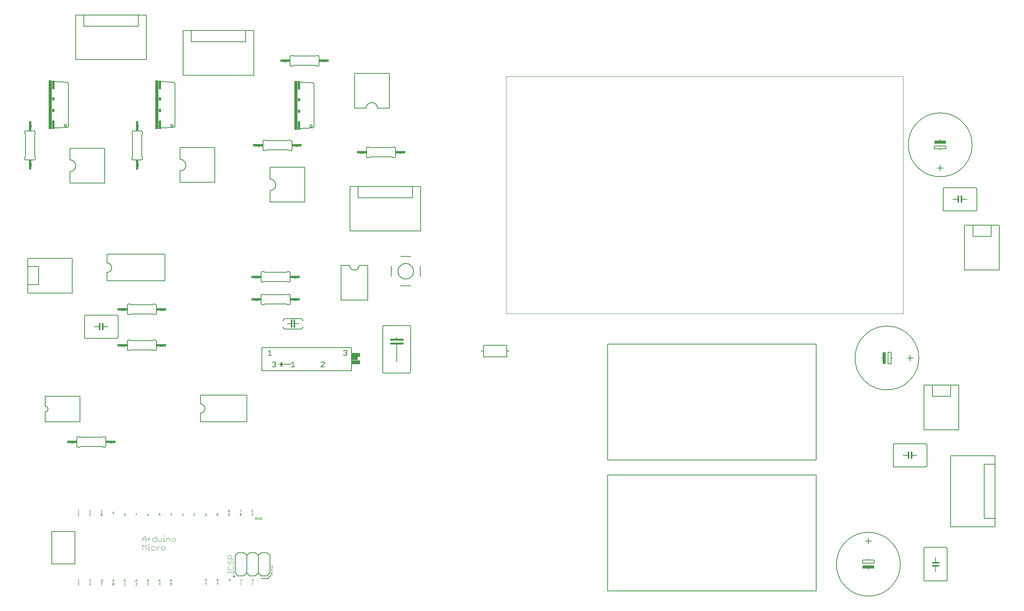
<source format=gto>
G75*
%MOIN*%
%OFA0B0*%
%FSLAX25Y25*%
%IPPOS*%
%LPD*%
%AMOC8*
5,1,8,0,0,1.08239X$1,22.5*
%
%ADD10C,0.00500*%
%ADD11C,0.00400*%
%ADD12C,0.00600*%
%ADD13C,0.00200*%
%ADD14C,0.01600*%
%ADD15R,0.07500X0.03500*%
%ADD16R,0.05500X0.03000*%
%ADD17C,0.00800*%
%ADD18C,0.02400*%
%ADD19R,0.03400X0.02400*%
%ADD20R,0.03000X0.42000*%
%ADD21R,0.02000X0.07500*%
%ADD22R,0.02000X0.03000*%
%ADD23R,0.02400X0.03400*%
%ADD24C,0.01200*%
%ADD25R,0.10000X0.02500*%
%ADD26R,0.02500X0.10000*%
%ADD27C,0.00000*%
D10*
X0045500Y0045700D02*
X0045500Y0073500D01*
X0065500Y0073500D01*
X0065500Y0045700D01*
X0045500Y0045700D01*
X0202300Y0034800D02*
X0202302Y0034844D01*
X0202308Y0034888D01*
X0202318Y0034931D01*
X0202331Y0034973D01*
X0202348Y0035014D01*
X0202369Y0035053D01*
X0202393Y0035090D01*
X0202420Y0035125D01*
X0202450Y0035157D01*
X0202483Y0035187D01*
X0202519Y0035213D01*
X0202556Y0035237D01*
X0202596Y0035256D01*
X0202637Y0035273D01*
X0202680Y0035285D01*
X0202723Y0035294D01*
X0202767Y0035299D01*
X0202811Y0035300D01*
X0202855Y0035297D01*
X0202899Y0035290D01*
X0202942Y0035279D01*
X0202984Y0035265D01*
X0203024Y0035247D01*
X0203063Y0035225D01*
X0203099Y0035201D01*
X0203133Y0035173D01*
X0203165Y0035142D01*
X0203194Y0035108D01*
X0203220Y0035072D01*
X0203242Y0035034D01*
X0203261Y0034994D01*
X0203276Y0034952D01*
X0203288Y0034910D01*
X0203296Y0034866D01*
X0203300Y0034822D01*
X0203300Y0034778D01*
X0203296Y0034734D01*
X0203288Y0034690D01*
X0203276Y0034648D01*
X0203261Y0034606D01*
X0203242Y0034566D01*
X0203220Y0034528D01*
X0203194Y0034492D01*
X0203165Y0034458D01*
X0203133Y0034427D01*
X0203099Y0034399D01*
X0203063Y0034375D01*
X0203024Y0034353D01*
X0202984Y0034335D01*
X0202942Y0034321D01*
X0202899Y0034310D01*
X0202855Y0034303D01*
X0202811Y0034300D01*
X0202767Y0034301D01*
X0202723Y0034306D01*
X0202680Y0034315D01*
X0202637Y0034327D01*
X0202596Y0034344D01*
X0202556Y0034363D01*
X0202519Y0034387D01*
X0202483Y0034413D01*
X0202450Y0034443D01*
X0202420Y0034475D01*
X0202393Y0034510D01*
X0202369Y0034547D01*
X0202348Y0034586D01*
X0202331Y0034627D01*
X0202318Y0034669D01*
X0202308Y0034712D01*
X0202302Y0034756D01*
X0202300Y0034800D01*
X0226300Y0032800D02*
X0231800Y0032800D01*
X0234800Y0035800D01*
X0236593Y0215550D02*
X0235842Y0216301D01*
X0236593Y0215550D02*
X0238094Y0215550D01*
X0238845Y0216301D01*
X0238845Y0217051D01*
X0238094Y0217802D01*
X0237343Y0217802D01*
X0238094Y0217802D02*
X0238845Y0218553D01*
X0238845Y0219303D01*
X0238094Y0220054D01*
X0236593Y0220054D01*
X0235842Y0219303D01*
X0235449Y0225550D02*
X0232446Y0225550D01*
X0233947Y0225550D02*
X0233947Y0230054D01*
X0232446Y0228553D01*
X0252342Y0218553D02*
X0253843Y0220054D01*
X0253843Y0215550D01*
X0252342Y0215550D02*
X0255345Y0215550D01*
X0277946Y0215550D02*
X0280949Y0218553D01*
X0280949Y0219303D01*
X0280198Y0220054D01*
X0278697Y0220054D01*
X0277946Y0219303D01*
X0277946Y0215550D02*
X0280949Y0215550D01*
X0297446Y0226301D02*
X0298197Y0225550D01*
X0299698Y0225550D01*
X0300449Y0226301D01*
X0300449Y0227051D01*
X0299698Y0227802D01*
X0298947Y0227802D01*
X0299698Y0227802D02*
X0300449Y0228553D01*
X0300449Y0229303D01*
X0299698Y0230054D01*
X0298197Y0230054D01*
X0297446Y0229303D01*
X0263800Y0357800D02*
X0233800Y0357800D01*
X0233800Y0367800D01*
X0233940Y0367802D01*
X0234080Y0367808D01*
X0234220Y0367818D01*
X0234360Y0367831D01*
X0234499Y0367849D01*
X0234638Y0367871D01*
X0234775Y0367896D01*
X0234913Y0367925D01*
X0235049Y0367958D01*
X0235184Y0367995D01*
X0235318Y0368036D01*
X0235451Y0368081D01*
X0235583Y0368129D01*
X0235713Y0368181D01*
X0235842Y0368236D01*
X0235969Y0368295D01*
X0236095Y0368358D01*
X0236219Y0368424D01*
X0236340Y0368493D01*
X0236460Y0368566D01*
X0236578Y0368643D01*
X0236693Y0368722D01*
X0236807Y0368805D01*
X0236917Y0368891D01*
X0237026Y0368980D01*
X0237132Y0369072D01*
X0237235Y0369167D01*
X0237336Y0369264D01*
X0237433Y0369365D01*
X0237528Y0369468D01*
X0237620Y0369574D01*
X0237709Y0369683D01*
X0237795Y0369793D01*
X0237878Y0369907D01*
X0237957Y0370022D01*
X0238034Y0370140D01*
X0238107Y0370260D01*
X0238176Y0370381D01*
X0238242Y0370505D01*
X0238305Y0370631D01*
X0238364Y0370758D01*
X0238419Y0370887D01*
X0238471Y0371017D01*
X0238519Y0371149D01*
X0238564Y0371282D01*
X0238605Y0371416D01*
X0238642Y0371551D01*
X0238675Y0371687D01*
X0238704Y0371825D01*
X0238729Y0371962D01*
X0238751Y0372101D01*
X0238769Y0372240D01*
X0238782Y0372380D01*
X0238792Y0372520D01*
X0238798Y0372660D01*
X0238800Y0372800D01*
X0238798Y0372940D01*
X0238792Y0373080D01*
X0238782Y0373220D01*
X0238769Y0373360D01*
X0238751Y0373499D01*
X0238729Y0373638D01*
X0238704Y0373775D01*
X0238675Y0373913D01*
X0238642Y0374049D01*
X0238605Y0374184D01*
X0238564Y0374318D01*
X0238519Y0374451D01*
X0238471Y0374583D01*
X0238419Y0374713D01*
X0238364Y0374842D01*
X0238305Y0374969D01*
X0238242Y0375095D01*
X0238176Y0375219D01*
X0238107Y0375340D01*
X0238034Y0375460D01*
X0237957Y0375578D01*
X0237878Y0375693D01*
X0237795Y0375807D01*
X0237709Y0375917D01*
X0237620Y0376026D01*
X0237528Y0376132D01*
X0237433Y0376235D01*
X0237336Y0376336D01*
X0237235Y0376433D01*
X0237132Y0376528D01*
X0237026Y0376620D01*
X0236917Y0376709D01*
X0236807Y0376795D01*
X0236693Y0376878D01*
X0236578Y0376957D01*
X0236460Y0377034D01*
X0236340Y0377107D01*
X0236219Y0377176D01*
X0236095Y0377242D01*
X0235969Y0377305D01*
X0235842Y0377364D01*
X0235713Y0377419D01*
X0235583Y0377471D01*
X0235451Y0377519D01*
X0235318Y0377564D01*
X0235184Y0377605D01*
X0235049Y0377642D01*
X0234913Y0377675D01*
X0234775Y0377704D01*
X0234638Y0377729D01*
X0234499Y0377751D01*
X0234360Y0377769D01*
X0234220Y0377782D01*
X0234080Y0377792D01*
X0233940Y0377798D01*
X0233800Y0377800D01*
X0233800Y0387800D01*
X0263800Y0387800D01*
X0263800Y0357800D01*
X0186300Y0374800D02*
X0186300Y0404800D01*
X0156300Y0404800D01*
X0156300Y0394800D01*
X0156440Y0394798D01*
X0156580Y0394792D01*
X0156720Y0394782D01*
X0156860Y0394769D01*
X0156999Y0394751D01*
X0157138Y0394729D01*
X0157275Y0394704D01*
X0157413Y0394675D01*
X0157549Y0394642D01*
X0157684Y0394605D01*
X0157818Y0394564D01*
X0157951Y0394519D01*
X0158083Y0394471D01*
X0158213Y0394419D01*
X0158342Y0394364D01*
X0158469Y0394305D01*
X0158595Y0394242D01*
X0158719Y0394176D01*
X0158840Y0394107D01*
X0158960Y0394034D01*
X0159078Y0393957D01*
X0159193Y0393878D01*
X0159307Y0393795D01*
X0159417Y0393709D01*
X0159526Y0393620D01*
X0159632Y0393528D01*
X0159735Y0393433D01*
X0159836Y0393336D01*
X0159933Y0393235D01*
X0160028Y0393132D01*
X0160120Y0393026D01*
X0160209Y0392917D01*
X0160295Y0392807D01*
X0160378Y0392693D01*
X0160457Y0392578D01*
X0160534Y0392460D01*
X0160607Y0392340D01*
X0160676Y0392219D01*
X0160742Y0392095D01*
X0160805Y0391969D01*
X0160864Y0391842D01*
X0160919Y0391713D01*
X0160971Y0391583D01*
X0161019Y0391451D01*
X0161064Y0391318D01*
X0161105Y0391184D01*
X0161142Y0391049D01*
X0161175Y0390913D01*
X0161204Y0390775D01*
X0161229Y0390638D01*
X0161251Y0390499D01*
X0161269Y0390360D01*
X0161282Y0390220D01*
X0161292Y0390080D01*
X0161298Y0389940D01*
X0161300Y0389800D01*
X0161298Y0389660D01*
X0161292Y0389520D01*
X0161282Y0389380D01*
X0161269Y0389240D01*
X0161251Y0389101D01*
X0161229Y0388962D01*
X0161204Y0388825D01*
X0161175Y0388687D01*
X0161142Y0388551D01*
X0161105Y0388416D01*
X0161064Y0388282D01*
X0161019Y0388149D01*
X0160971Y0388017D01*
X0160919Y0387887D01*
X0160864Y0387758D01*
X0160805Y0387631D01*
X0160742Y0387505D01*
X0160676Y0387381D01*
X0160607Y0387260D01*
X0160534Y0387140D01*
X0160457Y0387022D01*
X0160378Y0386907D01*
X0160295Y0386793D01*
X0160209Y0386683D01*
X0160120Y0386574D01*
X0160028Y0386468D01*
X0159933Y0386365D01*
X0159836Y0386264D01*
X0159735Y0386167D01*
X0159632Y0386072D01*
X0159526Y0385980D01*
X0159417Y0385891D01*
X0159307Y0385805D01*
X0159193Y0385722D01*
X0159078Y0385643D01*
X0158960Y0385566D01*
X0158840Y0385493D01*
X0158719Y0385424D01*
X0158595Y0385358D01*
X0158469Y0385295D01*
X0158342Y0385236D01*
X0158213Y0385181D01*
X0158083Y0385129D01*
X0157951Y0385081D01*
X0157818Y0385036D01*
X0157684Y0384995D01*
X0157549Y0384958D01*
X0157413Y0384925D01*
X0157275Y0384896D01*
X0157138Y0384871D01*
X0156999Y0384849D01*
X0156860Y0384831D01*
X0156720Y0384818D01*
X0156580Y0384808D01*
X0156440Y0384802D01*
X0156300Y0384800D01*
X0156300Y0374800D01*
X0186300Y0374800D01*
X0150800Y0422300D02*
X0139300Y0421800D01*
X0148400Y0424100D02*
X0148402Y0424163D01*
X0148408Y0424225D01*
X0148418Y0424287D01*
X0148431Y0424349D01*
X0148449Y0424409D01*
X0148470Y0424468D01*
X0148495Y0424526D01*
X0148524Y0424582D01*
X0148556Y0424636D01*
X0148591Y0424688D01*
X0148629Y0424737D01*
X0148671Y0424785D01*
X0148715Y0424829D01*
X0148763Y0424871D01*
X0148812Y0424909D01*
X0148864Y0424944D01*
X0148918Y0424976D01*
X0148974Y0425005D01*
X0149032Y0425030D01*
X0149091Y0425051D01*
X0149151Y0425069D01*
X0149213Y0425082D01*
X0149275Y0425092D01*
X0149337Y0425098D01*
X0149400Y0425100D01*
X0149463Y0425098D01*
X0149525Y0425092D01*
X0149587Y0425082D01*
X0149649Y0425069D01*
X0149709Y0425051D01*
X0149768Y0425030D01*
X0149826Y0425005D01*
X0149882Y0424976D01*
X0149936Y0424944D01*
X0149988Y0424909D01*
X0150037Y0424871D01*
X0150085Y0424829D01*
X0150129Y0424785D01*
X0150171Y0424737D01*
X0150209Y0424688D01*
X0150244Y0424636D01*
X0150276Y0424582D01*
X0150305Y0424526D01*
X0150330Y0424468D01*
X0150351Y0424409D01*
X0150369Y0424349D01*
X0150382Y0424287D01*
X0150392Y0424225D01*
X0150398Y0424163D01*
X0150400Y0424100D01*
X0150398Y0424037D01*
X0150392Y0423975D01*
X0150382Y0423913D01*
X0150369Y0423851D01*
X0150351Y0423791D01*
X0150330Y0423732D01*
X0150305Y0423674D01*
X0150276Y0423618D01*
X0150244Y0423564D01*
X0150209Y0423512D01*
X0150171Y0423463D01*
X0150129Y0423415D01*
X0150085Y0423371D01*
X0150037Y0423329D01*
X0149988Y0423291D01*
X0149936Y0423256D01*
X0149882Y0423224D01*
X0149826Y0423195D01*
X0149768Y0423170D01*
X0149709Y0423149D01*
X0149649Y0423131D01*
X0149587Y0423118D01*
X0149525Y0423108D01*
X0149463Y0423102D01*
X0149400Y0423100D01*
X0149337Y0423102D01*
X0149275Y0423108D01*
X0149213Y0423118D01*
X0149151Y0423131D01*
X0149091Y0423149D01*
X0149032Y0423170D01*
X0148974Y0423195D01*
X0148918Y0423224D01*
X0148864Y0423256D01*
X0148812Y0423291D01*
X0148763Y0423329D01*
X0148715Y0423371D01*
X0148671Y0423415D01*
X0148629Y0423463D01*
X0148591Y0423512D01*
X0148556Y0423564D01*
X0148524Y0423618D01*
X0148495Y0423674D01*
X0148470Y0423732D01*
X0148449Y0423791D01*
X0148431Y0423851D01*
X0148418Y0423913D01*
X0148408Y0423975D01*
X0148402Y0424037D01*
X0148400Y0424100D01*
X0150800Y0422300D02*
X0151800Y0423300D01*
X0151800Y0460300D01*
X0150800Y0461300D01*
X0139300Y0461800D01*
X0059800Y0460300D02*
X0059800Y0423300D01*
X0058800Y0422300D01*
X0047300Y0421800D01*
X0056400Y0424100D02*
X0056402Y0424163D01*
X0056408Y0424225D01*
X0056418Y0424287D01*
X0056431Y0424349D01*
X0056449Y0424409D01*
X0056470Y0424468D01*
X0056495Y0424526D01*
X0056524Y0424582D01*
X0056556Y0424636D01*
X0056591Y0424688D01*
X0056629Y0424737D01*
X0056671Y0424785D01*
X0056715Y0424829D01*
X0056763Y0424871D01*
X0056812Y0424909D01*
X0056864Y0424944D01*
X0056918Y0424976D01*
X0056974Y0425005D01*
X0057032Y0425030D01*
X0057091Y0425051D01*
X0057151Y0425069D01*
X0057213Y0425082D01*
X0057275Y0425092D01*
X0057337Y0425098D01*
X0057400Y0425100D01*
X0057463Y0425098D01*
X0057525Y0425092D01*
X0057587Y0425082D01*
X0057649Y0425069D01*
X0057709Y0425051D01*
X0057768Y0425030D01*
X0057826Y0425005D01*
X0057882Y0424976D01*
X0057936Y0424944D01*
X0057988Y0424909D01*
X0058037Y0424871D01*
X0058085Y0424829D01*
X0058129Y0424785D01*
X0058171Y0424737D01*
X0058209Y0424688D01*
X0058244Y0424636D01*
X0058276Y0424582D01*
X0058305Y0424526D01*
X0058330Y0424468D01*
X0058351Y0424409D01*
X0058369Y0424349D01*
X0058382Y0424287D01*
X0058392Y0424225D01*
X0058398Y0424163D01*
X0058400Y0424100D01*
X0058398Y0424037D01*
X0058392Y0423975D01*
X0058382Y0423913D01*
X0058369Y0423851D01*
X0058351Y0423791D01*
X0058330Y0423732D01*
X0058305Y0423674D01*
X0058276Y0423618D01*
X0058244Y0423564D01*
X0058209Y0423512D01*
X0058171Y0423463D01*
X0058129Y0423415D01*
X0058085Y0423371D01*
X0058037Y0423329D01*
X0057988Y0423291D01*
X0057936Y0423256D01*
X0057882Y0423224D01*
X0057826Y0423195D01*
X0057768Y0423170D01*
X0057709Y0423149D01*
X0057649Y0423131D01*
X0057587Y0423118D01*
X0057525Y0423108D01*
X0057463Y0423102D01*
X0057400Y0423100D01*
X0057337Y0423102D01*
X0057275Y0423108D01*
X0057213Y0423118D01*
X0057151Y0423131D01*
X0057091Y0423149D01*
X0057032Y0423170D01*
X0056974Y0423195D01*
X0056918Y0423224D01*
X0056864Y0423256D01*
X0056812Y0423291D01*
X0056763Y0423329D01*
X0056715Y0423371D01*
X0056671Y0423415D01*
X0056629Y0423463D01*
X0056591Y0423512D01*
X0056556Y0423564D01*
X0056524Y0423618D01*
X0056495Y0423674D01*
X0056470Y0423732D01*
X0056449Y0423791D01*
X0056431Y0423851D01*
X0056418Y0423913D01*
X0056408Y0423975D01*
X0056402Y0424037D01*
X0056400Y0424100D01*
X0061300Y0404300D02*
X0061300Y0394300D01*
X0061440Y0394298D01*
X0061580Y0394292D01*
X0061720Y0394282D01*
X0061860Y0394269D01*
X0061999Y0394251D01*
X0062138Y0394229D01*
X0062275Y0394204D01*
X0062413Y0394175D01*
X0062549Y0394142D01*
X0062684Y0394105D01*
X0062818Y0394064D01*
X0062951Y0394019D01*
X0063083Y0393971D01*
X0063213Y0393919D01*
X0063342Y0393864D01*
X0063469Y0393805D01*
X0063595Y0393742D01*
X0063719Y0393676D01*
X0063840Y0393607D01*
X0063960Y0393534D01*
X0064078Y0393457D01*
X0064193Y0393378D01*
X0064307Y0393295D01*
X0064417Y0393209D01*
X0064526Y0393120D01*
X0064632Y0393028D01*
X0064735Y0392933D01*
X0064836Y0392836D01*
X0064933Y0392735D01*
X0065028Y0392632D01*
X0065120Y0392526D01*
X0065209Y0392417D01*
X0065295Y0392307D01*
X0065378Y0392193D01*
X0065457Y0392078D01*
X0065534Y0391960D01*
X0065607Y0391840D01*
X0065676Y0391719D01*
X0065742Y0391595D01*
X0065805Y0391469D01*
X0065864Y0391342D01*
X0065919Y0391213D01*
X0065971Y0391083D01*
X0066019Y0390951D01*
X0066064Y0390818D01*
X0066105Y0390684D01*
X0066142Y0390549D01*
X0066175Y0390413D01*
X0066204Y0390275D01*
X0066229Y0390138D01*
X0066251Y0389999D01*
X0066269Y0389860D01*
X0066282Y0389720D01*
X0066292Y0389580D01*
X0066298Y0389440D01*
X0066300Y0389300D01*
X0066298Y0389160D01*
X0066292Y0389020D01*
X0066282Y0388880D01*
X0066269Y0388740D01*
X0066251Y0388601D01*
X0066229Y0388462D01*
X0066204Y0388325D01*
X0066175Y0388187D01*
X0066142Y0388051D01*
X0066105Y0387916D01*
X0066064Y0387782D01*
X0066019Y0387649D01*
X0065971Y0387517D01*
X0065919Y0387387D01*
X0065864Y0387258D01*
X0065805Y0387131D01*
X0065742Y0387005D01*
X0065676Y0386881D01*
X0065607Y0386760D01*
X0065534Y0386640D01*
X0065457Y0386522D01*
X0065378Y0386407D01*
X0065295Y0386293D01*
X0065209Y0386183D01*
X0065120Y0386074D01*
X0065028Y0385968D01*
X0064933Y0385865D01*
X0064836Y0385764D01*
X0064735Y0385667D01*
X0064632Y0385572D01*
X0064526Y0385480D01*
X0064417Y0385391D01*
X0064307Y0385305D01*
X0064193Y0385222D01*
X0064078Y0385143D01*
X0063960Y0385066D01*
X0063840Y0384993D01*
X0063719Y0384924D01*
X0063595Y0384858D01*
X0063469Y0384795D01*
X0063342Y0384736D01*
X0063213Y0384681D01*
X0063083Y0384629D01*
X0062951Y0384581D01*
X0062818Y0384536D01*
X0062684Y0384495D01*
X0062549Y0384458D01*
X0062413Y0384425D01*
X0062275Y0384396D01*
X0062138Y0384371D01*
X0061999Y0384349D01*
X0061860Y0384331D01*
X0061720Y0384318D01*
X0061580Y0384308D01*
X0061440Y0384302D01*
X0061300Y0384300D01*
X0061300Y0374300D01*
X0091300Y0374300D01*
X0091300Y0404300D01*
X0061300Y0404300D01*
X0059800Y0460300D02*
X0058800Y0461300D01*
X0047300Y0461800D01*
X0259300Y0461300D02*
X0270800Y0460800D01*
X0271800Y0459800D01*
X0271800Y0422800D01*
X0270800Y0421800D01*
X0259300Y0421300D01*
X0268400Y0423600D02*
X0268402Y0423663D01*
X0268408Y0423725D01*
X0268418Y0423787D01*
X0268431Y0423849D01*
X0268449Y0423909D01*
X0268470Y0423968D01*
X0268495Y0424026D01*
X0268524Y0424082D01*
X0268556Y0424136D01*
X0268591Y0424188D01*
X0268629Y0424237D01*
X0268671Y0424285D01*
X0268715Y0424329D01*
X0268763Y0424371D01*
X0268812Y0424409D01*
X0268864Y0424444D01*
X0268918Y0424476D01*
X0268974Y0424505D01*
X0269032Y0424530D01*
X0269091Y0424551D01*
X0269151Y0424569D01*
X0269213Y0424582D01*
X0269275Y0424592D01*
X0269337Y0424598D01*
X0269400Y0424600D01*
X0269463Y0424598D01*
X0269525Y0424592D01*
X0269587Y0424582D01*
X0269649Y0424569D01*
X0269709Y0424551D01*
X0269768Y0424530D01*
X0269826Y0424505D01*
X0269882Y0424476D01*
X0269936Y0424444D01*
X0269988Y0424409D01*
X0270037Y0424371D01*
X0270085Y0424329D01*
X0270129Y0424285D01*
X0270171Y0424237D01*
X0270209Y0424188D01*
X0270244Y0424136D01*
X0270276Y0424082D01*
X0270305Y0424026D01*
X0270330Y0423968D01*
X0270351Y0423909D01*
X0270369Y0423849D01*
X0270382Y0423787D01*
X0270392Y0423725D01*
X0270398Y0423663D01*
X0270400Y0423600D01*
X0270398Y0423537D01*
X0270392Y0423475D01*
X0270382Y0423413D01*
X0270369Y0423351D01*
X0270351Y0423291D01*
X0270330Y0423232D01*
X0270305Y0423174D01*
X0270276Y0423118D01*
X0270244Y0423064D01*
X0270209Y0423012D01*
X0270171Y0422963D01*
X0270129Y0422915D01*
X0270085Y0422871D01*
X0270037Y0422829D01*
X0269988Y0422791D01*
X0269936Y0422756D01*
X0269882Y0422724D01*
X0269826Y0422695D01*
X0269768Y0422670D01*
X0269709Y0422649D01*
X0269649Y0422631D01*
X0269587Y0422618D01*
X0269525Y0422608D01*
X0269463Y0422602D01*
X0269400Y0422600D01*
X0269337Y0422602D01*
X0269275Y0422608D01*
X0269213Y0422618D01*
X0269151Y0422631D01*
X0269091Y0422649D01*
X0269032Y0422670D01*
X0268974Y0422695D01*
X0268918Y0422724D01*
X0268864Y0422756D01*
X0268812Y0422791D01*
X0268763Y0422829D01*
X0268715Y0422871D01*
X0268671Y0422915D01*
X0268629Y0422963D01*
X0268591Y0423012D01*
X0268556Y0423064D01*
X0268524Y0423118D01*
X0268495Y0423174D01*
X0268470Y0423232D01*
X0268449Y0423291D01*
X0268431Y0423351D01*
X0268418Y0423413D01*
X0268408Y0423475D01*
X0268402Y0423537D01*
X0268400Y0423600D01*
X0306800Y0438800D02*
X0316800Y0438800D01*
X0316802Y0438940D01*
X0316808Y0439080D01*
X0316818Y0439220D01*
X0316831Y0439360D01*
X0316849Y0439499D01*
X0316871Y0439638D01*
X0316896Y0439775D01*
X0316925Y0439913D01*
X0316958Y0440049D01*
X0316995Y0440184D01*
X0317036Y0440318D01*
X0317081Y0440451D01*
X0317129Y0440583D01*
X0317181Y0440713D01*
X0317236Y0440842D01*
X0317295Y0440969D01*
X0317358Y0441095D01*
X0317424Y0441219D01*
X0317493Y0441340D01*
X0317566Y0441460D01*
X0317643Y0441578D01*
X0317722Y0441693D01*
X0317805Y0441807D01*
X0317891Y0441917D01*
X0317980Y0442026D01*
X0318072Y0442132D01*
X0318167Y0442235D01*
X0318264Y0442336D01*
X0318365Y0442433D01*
X0318468Y0442528D01*
X0318574Y0442620D01*
X0318683Y0442709D01*
X0318793Y0442795D01*
X0318907Y0442878D01*
X0319022Y0442957D01*
X0319140Y0443034D01*
X0319260Y0443107D01*
X0319381Y0443176D01*
X0319505Y0443242D01*
X0319631Y0443305D01*
X0319758Y0443364D01*
X0319887Y0443419D01*
X0320017Y0443471D01*
X0320149Y0443519D01*
X0320282Y0443564D01*
X0320416Y0443605D01*
X0320551Y0443642D01*
X0320687Y0443675D01*
X0320825Y0443704D01*
X0320962Y0443729D01*
X0321101Y0443751D01*
X0321240Y0443769D01*
X0321380Y0443782D01*
X0321520Y0443792D01*
X0321660Y0443798D01*
X0321800Y0443800D01*
X0321940Y0443798D01*
X0322080Y0443792D01*
X0322220Y0443782D01*
X0322360Y0443769D01*
X0322499Y0443751D01*
X0322638Y0443729D01*
X0322775Y0443704D01*
X0322913Y0443675D01*
X0323049Y0443642D01*
X0323184Y0443605D01*
X0323318Y0443564D01*
X0323451Y0443519D01*
X0323583Y0443471D01*
X0323713Y0443419D01*
X0323842Y0443364D01*
X0323969Y0443305D01*
X0324095Y0443242D01*
X0324219Y0443176D01*
X0324340Y0443107D01*
X0324460Y0443034D01*
X0324578Y0442957D01*
X0324693Y0442878D01*
X0324807Y0442795D01*
X0324917Y0442709D01*
X0325026Y0442620D01*
X0325132Y0442528D01*
X0325235Y0442433D01*
X0325336Y0442336D01*
X0325433Y0442235D01*
X0325528Y0442132D01*
X0325620Y0442026D01*
X0325709Y0441917D01*
X0325795Y0441807D01*
X0325878Y0441693D01*
X0325957Y0441578D01*
X0326034Y0441460D01*
X0326107Y0441340D01*
X0326176Y0441219D01*
X0326242Y0441095D01*
X0326305Y0440969D01*
X0326364Y0440842D01*
X0326419Y0440713D01*
X0326471Y0440583D01*
X0326519Y0440451D01*
X0326564Y0440318D01*
X0326605Y0440184D01*
X0326642Y0440049D01*
X0326675Y0439913D01*
X0326704Y0439775D01*
X0326729Y0439638D01*
X0326751Y0439499D01*
X0326769Y0439360D01*
X0326782Y0439220D01*
X0326792Y0439080D01*
X0326798Y0438940D01*
X0326800Y0438800D01*
X0336800Y0438800D01*
X0336800Y0468800D01*
X0306800Y0468800D01*
X0306800Y0438800D01*
X0525300Y0235300D02*
X0525300Y0135300D01*
X0705221Y0135300D01*
X0705221Y0235300D01*
X0525300Y0235300D01*
X0525300Y0122300D02*
X0525300Y0022300D01*
X0705221Y0022300D01*
X0705221Y0122300D01*
X0525300Y0122300D01*
D11*
X0202200Y0049977D02*
X0197596Y0049977D01*
X0197596Y0052279D01*
X0198363Y0053046D01*
X0199898Y0053046D01*
X0200665Y0052279D01*
X0200665Y0049977D01*
X0200665Y0048442D02*
X0201433Y0048442D01*
X0202200Y0047675D01*
X0202200Y0046141D01*
X0201433Y0045373D01*
X0201433Y0043839D02*
X0202200Y0043071D01*
X0202200Y0041537D01*
X0201433Y0040769D01*
X0198363Y0040769D01*
X0197596Y0041537D01*
X0197596Y0043071D01*
X0198363Y0043839D01*
X0198363Y0045373D02*
X0199131Y0045373D01*
X0199898Y0046141D01*
X0199898Y0047675D01*
X0200665Y0048442D01*
X0198363Y0048442D02*
X0197596Y0047675D01*
X0197596Y0046141D01*
X0198363Y0045373D01*
X0197596Y0039235D02*
X0197596Y0037700D01*
X0197596Y0038467D02*
X0202200Y0038467D01*
X0202200Y0037700D02*
X0202200Y0039235D01*
X0152391Y0065767D02*
X0152391Y0067302D01*
X0151624Y0068069D01*
X0150089Y0068069D01*
X0149322Y0067302D01*
X0149322Y0065767D01*
X0150089Y0065000D01*
X0151624Y0065000D01*
X0152391Y0065767D01*
X0147787Y0065000D02*
X0147787Y0067302D01*
X0147020Y0068069D01*
X0144718Y0068069D01*
X0144718Y0065000D01*
X0143183Y0065000D02*
X0141648Y0065000D01*
X0142416Y0065000D02*
X0142416Y0068069D01*
X0141648Y0068069D01*
X0140114Y0068069D02*
X0140114Y0065000D01*
X0137812Y0065000D01*
X0137044Y0065767D01*
X0137044Y0068069D01*
X0135510Y0068069D02*
X0133208Y0068069D01*
X0132441Y0067302D01*
X0132441Y0065767D01*
X0133208Y0065000D01*
X0135510Y0065000D01*
X0135510Y0069604D01*
X0130906Y0068069D02*
X0130139Y0068069D01*
X0128604Y0066535D01*
X0128604Y0068069D02*
X0128604Y0065000D01*
X0127069Y0065000D02*
X0127069Y0068069D01*
X0125535Y0069604D01*
X0124000Y0068069D01*
X0124000Y0065000D01*
X0124000Y0067302D02*
X0127069Y0067302D01*
X0129371Y0062871D02*
X0129371Y0062104D01*
X0129371Y0060569D02*
X0129371Y0057500D01*
X0128604Y0057500D02*
X0130139Y0057500D01*
X0131673Y0058267D02*
X0132441Y0057500D01*
X0134742Y0057500D01*
X0136277Y0057500D02*
X0136277Y0060569D01*
X0136277Y0059035D02*
X0137812Y0060569D01*
X0138579Y0060569D01*
X0140114Y0059802D02*
X0140114Y0058267D01*
X0140881Y0057500D01*
X0142416Y0057500D01*
X0143183Y0058267D01*
X0143183Y0059802D01*
X0142416Y0060569D01*
X0140881Y0060569D01*
X0140114Y0059802D01*
X0134742Y0060569D02*
X0132441Y0060569D01*
X0131673Y0059802D01*
X0131673Y0058267D01*
X0129371Y0060569D02*
X0128604Y0060569D01*
X0127069Y0062104D02*
X0127069Y0057500D01*
X0124000Y0057500D02*
X0124000Y0062104D01*
X0125535Y0060569D01*
X0127069Y0062104D01*
X0142416Y0069604D02*
X0142416Y0070371D01*
D12*
X0203800Y0052800D02*
X0203800Y0037800D01*
X0206300Y0035300D01*
X0211300Y0035300D01*
X0213800Y0037800D01*
X0213800Y0052800D01*
X0211300Y0055300D01*
X0206300Y0055300D01*
X0203800Y0052800D01*
X0213800Y0052800D02*
X0216300Y0055300D01*
X0221300Y0055300D01*
X0223800Y0052800D01*
X0223800Y0037800D01*
X0221300Y0035300D01*
X0216300Y0035300D01*
X0213800Y0037800D01*
X0223800Y0037800D02*
X0226300Y0035300D01*
X0231300Y0035300D01*
X0233800Y0037800D01*
X0233800Y0052800D01*
X0231300Y0055300D01*
X0226300Y0055300D01*
X0223800Y0052800D01*
X0092300Y0147300D02*
X0092300Y0154300D01*
X0092298Y0154360D01*
X0092293Y0154421D01*
X0092284Y0154480D01*
X0092271Y0154539D01*
X0092255Y0154598D01*
X0092235Y0154655D01*
X0092212Y0154710D01*
X0092185Y0154765D01*
X0092156Y0154817D01*
X0092123Y0154868D01*
X0092087Y0154917D01*
X0092049Y0154963D01*
X0092007Y0155007D01*
X0091963Y0155049D01*
X0091917Y0155087D01*
X0091868Y0155123D01*
X0091817Y0155156D01*
X0091765Y0155185D01*
X0091710Y0155212D01*
X0091655Y0155235D01*
X0091598Y0155255D01*
X0091539Y0155271D01*
X0091480Y0155284D01*
X0091421Y0155293D01*
X0091360Y0155298D01*
X0091300Y0155300D01*
X0089800Y0155300D01*
X0089300Y0154800D01*
X0070300Y0154800D01*
X0069800Y0155300D01*
X0068300Y0155300D01*
X0068240Y0155298D01*
X0068179Y0155293D01*
X0068120Y0155284D01*
X0068061Y0155271D01*
X0068002Y0155255D01*
X0067945Y0155235D01*
X0067890Y0155212D01*
X0067835Y0155185D01*
X0067783Y0155156D01*
X0067732Y0155123D01*
X0067683Y0155087D01*
X0067637Y0155049D01*
X0067593Y0155007D01*
X0067551Y0154963D01*
X0067513Y0154917D01*
X0067477Y0154868D01*
X0067444Y0154817D01*
X0067415Y0154765D01*
X0067388Y0154710D01*
X0067365Y0154655D01*
X0067345Y0154598D01*
X0067329Y0154539D01*
X0067316Y0154480D01*
X0067307Y0154421D01*
X0067302Y0154360D01*
X0067300Y0154300D01*
X0067300Y0147300D01*
X0067302Y0147240D01*
X0067307Y0147179D01*
X0067316Y0147120D01*
X0067329Y0147061D01*
X0067345Y0147002D01*
X0067365Y0146945D01*
X0067388Y0146890D01*
X0067415Y0146835D01*
X0067444Y0146783D01*
X0067477Y0146732D01*
X0067513Y0146683D01*
X0067551Y0146637D01*
X0067593Y0146593D01*
X0067637Y0146551D01*
X0067683Y0146513D01*
X0067732Y0146477D01*
X0067783Y0146444D01*
X0067835Y0146415D01*
X0067890Y0146388D01*
X0067945Y0146365D01*
X0068002Y0146345D01*
X0068061Y0146329D01*
X0068120Y0146316D01*
X0068179Y0146307D01*
X0068240Y0146302D01*
X0068300Y0146300D01*
X0069800Y0146300D01*
X0070300Y0146800D01*
X0089300Y0146800D01*
X0089800Y0146300D01*
X0091300Y0146300D01*
X0091360Y0146302D01*
X0091421Y0146307D01*
X0091480Y0146316D01*
X0091539Y0146329D01*
X0091598Y0146345D01*
X0091655Y0146365D01*
X0091710Y0146388D01*
X0091765Y0146415D01*
X0091817Y0146444D01*
X0091868Y0146477D01*
X0091917Y0146513D01*
X0091963Y0146551D01*
X0092007Y0146593D01*
X0092049Y0146637D01*
X0092087Y0146683D01*
X0092123Y0146732D01*
X0092156Y0146783D01*
X0092185Y0146835D01*
X0092212Y0146890D01*
X0092235Y0146945D01*
X0092255Y0147002D01*
X0092271Y0147061D01*
X0092284Y0147120D01*
X0092293Y0147179D01*
X0092298Y0147240D01*
X0092300Y0147300D01*
X0069800Y0168300D02*
X0069800Y0190300D01*
X0039800Y0190300D01*
X0039800Y0181800D01*
X0039898Y0181798D01*
X0039996Y0181792D01*
X0040094Y0181783D01*
X0040191Y0181769D01*
X0040288Y0181752D01*
X0040384Y0181731D01*
X0040479Y0181706D01*
X0040573Y0181678D01*
X0040665Y0181645D01*
X0040757Y0181610D01*
X0040847Y0181570D01*
X0040935Y0181528D01*
X0041022Y0181481D01*
X0041106Y0181432D01*
X0041189Y0181379D01*
X0041269Y0181323D01*
X0041348Y0181263D01*
X0041424Y0181201D01*
X0041497Y0181136D01*
X0041568Y0181068D01*
X0041636Y0180997D01*
X0041701Y0180924D01*
X0041763Y0180848D01*
X0041823Y0180769D01*
X0041879Y0180689D01*
X0041932Y0180606D01*
X0041981Y0180522D01*
X0042028Y0180435D01*
X0042070Y0180347D01*
X0042110Y0180257D01*
X0042145Y0180165D01*
X0042178Y0180073D01*
X0042206Y0179979D01*
X0042231Y0179884D01*
X0042252Y0179788D01*
X0042269Y0179691D01*
X0042283Y0179594D01*
X0042292Y0179496D01*
X0042298Y0179398D01*
X0042300Y0179300D01*
X0042298Y0179202D01*
X0042292Y0179104D01*
X0042283Y0179006D01*
X0042269Y0178909D01*
X0042252Y0178812D01*
X0042231Y0178716D01*
X0042206Y0178621D01*
X0042178Y0178527D01*
X0042145Y0178435D01*
X0042110Y0178343D01*
X0042070Y0178253D01*
X0042028Y0178165D01*
X0041981Y0178078D01*
X0041932Y0177994D01*
X0041879Y0177911D01*
X0041823Y0177831D01*
X0041763Y0177752D01*
X0041701Y0177676D01*
X0041636Y0177603D01*
X0041568Y0177532D01*
X0041497Y0177464D01*
X0041424Y0177399D01*
X0041348Y0177337D01*
X0041269Y0177277D01*
X0041189Y0177221D01*
X0041106Y0177168D01*
X0041022Y0177119D01*
X0040935Y0177072D01*
X0040847Y0177030D01*
X0040757Y0176990D01*
X0040665Y0176955D01*
X0040573Y0176922D01*
X0040479Y0176894D01*
X0040384Y0176869D01*
X0040288Y0176848D01*
X0040191Y0176831D01*
X0040094Y0176817D01*
X0039996Y0176808D01*
X0039898Y0176802D01*
X0039800Y0176800D01*
X0039800Y0168300D01*
X0069800Y0168300D01*
X0111800Y0229800D02*
X0113300Y0229800D01*
X0113800Y0230300D01*
X0132800Y0230300D01*
X0133300Y0229800D01*
X0134800Y0229800D01*
X0134860Y0229802D01*
X0134921Y0229807D01*
X0134980Y0229816D01*
X0135039Y0229829D01*
X0135098Y0229845D01*
X0135155Y0229865D01*
X0135210Y0229888D01*
X0135265Y0229915D01*
X0135317Y0229944D01*
X0135368Y0229977D01*
X0135417Y0230013D01*
X0135463Y0230051D01*
X0135507Y0230093D01*
X0135549Y0230137D01*
X0135587Y0230183D01*
X0135623Y0230232D01*
X0135656Y0230283D01*
X0135685Y0230335D01*
X0135712Y0230390D01*
X0135735Y0230445D01*
X0135755Y0230502D01*
X0135771Y0230561D01*
X0135784Y0230620D01*
X0135793Y0230679D01*
X0135798Y0230740D01*
X0135800Y0230800D01*
X0135800Y0237800D01*
X0135798Y0237860D01*
X0135793Y0237921D01*
X0135784Y0237980D01*
X0135771Y0238039D01*
X0135755Y0238098D01*
X0135735Y0238155D01*
X0135712Y0238210D01*
X0135685Y0238265D01*
X0135656Y0238317D01*
X0135623Y0238368D01*
X0135587Y0238417D01*
X0135549Y0238463D01*
X0135507Y0238507D01*
X0135463Y0238549D01*
X0135417Y0238587D01*
X0135368Y0238623D01*
X0135317Y0238656D01*
X0135265Y0238685D01*
X0135210Y0238712D01*
X0135155Y0238735D01*
X0135098Y0238755D01*
X0135039Y0238771D01*
X0134980Y0238784D01*
X0134921Y0238793D01*
X0134860Y0238798D01*
X0134800Y0238800D01*
X0133300Y0238800D01*
X0132800Y0238300D01*
X0113800Y0238300D01*
X0113300Y0238800D01*
X0111800Y0238800D01*
X0111740Y0238798D01*
X0111679Y0238793D01*
X0111620Y0238784D01*
X0111561Y0238771D01*
X0111502Y0238755D01*
X0111445Y0238735D01*
X0111390Y0238712D01*
X0111335Y0238685D01*
X0111283Y0238656D01*
X0111232Y0238623D01*
X0111183Y0238587D01*
X0111137Y0238549D01*
X0111093Y0238507D01*
X0111051Y0238463D01*
X0111013Y0238417D01*
X0110977Y0238368D01*
X0110944Y0238317D01*
X0110915Y0238265D01*
X0110888Y0238210D01*
X0110865Y0238155D01*
X0110845Y0238098D01*
X0110829Y0238039D01*
X0110816Y0237980D01*
X0110807Y0237921D01*
X0110802Y0237860D01*
X0110800Y0237800D01*
X0110800Y0230800D01*
X0110802Y0230740D01*
X0110807Y0230679D01*
X0110816Y0230620D01*
X0110829Y0230561D01*
X0110845Y0230502D01*
X0110865Y0230445D01*
X0110888Y0230390D01*
X0110915Y0230335D01*
X0110944Y0230283D01*
X0110977Y0230232D01*
X0111013Y0230183D01*
X0111051Y0230137D01*
X0111093Y0230093D01*
X0111137Y0230051D01*
X0111183Y0230013D01*
X0111232Y0229977D01*
X0111283Y0229944D01*
X0111335Y0229915D01*
X0111390Y0229888D01*
X0111445Y0229865D01*
X0111502Y0229845D01*
X0111561Y0229829D01*
X0111620Y0229816D01*
X0111679Y0229807D01*
X0111740Y0229802D01*
X0111800Y0229800D01*
X0101800Y0240300D02*
X0074800Y0240300D01*
X0074740Y0240302D01*
X0074679Y0240307D01*
X0074620Y0240316D01*
X0074561Y0240329D01*
X0074502Y0240345D01*
X0074445Y0240365D01*
X0074390Y0240388D01*
X0074335Y0240415D01*
X0074283Y0240444D01*
X0074232Y0240477D01*
X0074183Y0240513D01*
X0074137Y0240551D01*
X0074093Y0240593D01*
X0074051Y0240637D01*
X0074013Y0240683D01*
X0073977Y0240732D01*
X0073944Y0240783D01*
X0073915Y0240835D01*
X0073888Y0240890D01*
X0073865Y0240945D01*
X0073845Y0241002D01*
X0073829Y0241061D01*
X0073816Y0241120D01*
X0073807Y0241179D01*
X0073802Y0241240D01*
X0073800Y0241300D01*
X0073800Y0259300D01*
X0073802Y0259360D01*
X0073807Y0259421D01*
X0073816Y0259480D01*
X0073829Y0259539D01*
X0073845Y0259598D01*
X0073865Y0259655D01*
X0073888Y0259710D01*
X0073915Y0259765D01*
X0073944Y0259817D01*
X0073977Y0259868D01*
X0074013Y0259917D01*
X0074051Y0259963D01*
X0074093Y0260007D01*
X0074137Y0260049D01*
X0074183Y0260087D01*
X0074232Y0260123D01*
X0074283Y0260156D01*
X0074335Y0260185D01*
X0074390Y0260212D01*
X0074445Y0260235D01*
X0074502Y0260255D01*
X0074561Y0260271D01*
X0074620Y0260284D01*
X0074679Y0260293D01*
X0074740Y0260298D01*
X0074800Y0260300D01*
X0101800Y0260300D01*
X0101860Y0260298D01*
X0101921Y0260293D01*
X0101980Y0260284D01*
X0102039Y0260271D01*
X0102098Y0260255D01*
X0102155Y0260235D01*
X0102210Y0260212D01*
X0102265Y0260185D01*
X0102317Y0260156D01*
X0102368Y0260123D01*
X0102417Y0260087D01*
X0102463Y0260049D01*
X0102507Y0260007D01*
X0102549Y0259963D01*
X0102587Y0259917D01*
X0102623Y0259868D01*
X0102656Y0259817D01*
X0102685Y0259765D01*
X0102712Y0259710D01*
X0102735Y0259655D01*
X0102755Y0259598D01*
X0102771Y0259539D01*
X0102784Y0259480D01*
X0102793Y0259421D01*
X0102798Y0259360D01*
X0102800Y0259300D01*
X0102800Y0241300D01*
X0102798Y0241240D01*
X0102793Y0241179D01*
X0102784Y0241120D01*
X0102771Y0241061D01*
X0102755Y0241002D01*
X0102735Y0240945D01*
X0102712Y0240890D01*
X0102685Y0240835D01*
X0102656Y0240783D01*
X0102623Y0240732D01*
X0102587Y0240683D01*
X0102549Y0240637D01*
X0102507Y0240593D01*
X0102463Y0240551D01*
X0102417Y0240513D01*
X0102368Y0240477D01*
X0102317Y0240444D01*
X0102265Y0240415D01*
X0102210Y0240388D01*
X0102155Y0240365D01*
X0102098Y0240345D01*
X0102039Y0240329D01*
X0101980Y0240316D01*
X0101921Y0240307D01*
X0101860Y0240302D01*
X0101800Y0240300D01*
X0094300Y0250300D02*
X0089500Y0250300D01*
X0087000Y0250300D02*
X0082300Y0250300D01*
X0110800Y0261800D02*
X0110800Y0268800D01*
X0110802Y0268860D01*
X0110807Y0268921D01*
X0110816Y0268980D01*
X0110829Y0269039D01*
X0110845Y0269098D01*
X0110865Y0269155D01*
X0110888Y0269210D01*
X0110915Y0269265D01*
X0110944Y0269317D01*
X0110977Y0269368D01*
X0111013Y0269417D01*
X0111051Y0269463D01*
X0111093Y0269507D01*
X0111137Y0269549D01*
X0111183Y0269587D01*
X0111232Y0269623D01*
X0111283Y0269656D01*
X0111335Y0269685D01*
X0111390Y0269712D01*
X0111445Y0269735D01*
X0111502Y0269755D01*
X0111561Y0269771D01*
X0111620Y0269784D01*
X0111679Y0269793D01*
X0111740Y0269798D01*
X0111800Y0269800D01*
X0113300Y0269800D01*
X0113800Y0269300D01*
X0132800Y0269300D01*
X0133300Y0269800D01*
X0134800Y0269800D01*
X0134860Y0269798D01*
X0134921Y0269793D01*
X0134980Y0269784D01*
X0135039Y0269771D01*
X0135098Y0269755D01*
X0135155Y0269735D01*
X0135210Y0269712D01*
X0135265Y0269685D01*
X0135317Y0269656D01*
X0135368Y0269623D01*
X0135417Y0269587D01*
X0135463Y0269549D01*
X0135507Y0269507D01*
X0135549Y0269463D01*
X0135587Y0269417D01*
X0135623Y0269368D01*
X0135656Y0269317D01*
X0135685Y0269265D01*
X0135712Y0269210D01*
X0135735Y0269155D01*
X0135755Y0269098D01*
X0135771Y0269039D01*
X0135784Y0268980D01*
X0135793Y0268921D01*
X0135798Y0268860D01*
X0135800Y0268800D01*
X0135800Y0261800D01*
X0135798Y0261740D01*
X0135793Y0261679D01*
X0135784Y0261620D01*
X0135771Y0261561D01*
X0135755Y0261502D01*
X0135735Y0261445D01*
X0135712Y0261390D01*
X0135685Y0261335D01*
X0135656Y0261283D01*
X0135623Y0261232D01*
X0135587Y0261183D01*
X0135549Y0261137D01*
X0135507Y0261093D01*
X0135463Y0261051D01*
X0135417Y0261013D01*
X0135368Y0260977D01*
X0135317Y0260944D01*
X0135265Y0260915D01*
X0135210Y0260888D01*
X0135155Y0260865D01*
X0135098Y0260845D01*
X0135039Y0260829D01*
X0134980Y0260816D01*
X0134921Y0260807D01*
X0134860Y0260802D01*
X0134800Y0260800D01*
X0133300Y0260800D01*
X0132800Y0261300D01*
X0113800Y0261300D01*
X0113300Y0260800D01*
X0111800Y0260800D01*
X0111740Y0260802D01*
X0111679Y0260807D01*
X0111620Y0260816D01*
X0111561Y0260829D01*
X0111502Y0260845D01*
X0111445Y0260865D01*
X0111390Y0260888D01*
X0111335Y0260915D01*
X0111283Y0260944D01*
X0111232Y0260977D01*
X0111183Y0261013D01*
X0111137Y0261051D01*
X0111093Y0261093D01*
X0111051Y0261137D01*
X0111013Y0261183D01*
X0110977Y0261232D01*
X0110944Y0261283D01*
X0110915Y0261335D01*
X0110888Y0261390D01*
X0110865Y0261445D01*
X0110845Y0261502D01*
X0110829Y0261561D01*
X0110816Y0261620D01*
X0110807Y0261679D01*
X0110802Y0261740D01*
X0110800Y0261800D01*
X0093300Y0289800D02*
X0093300Y0297300D01*
X0093426Y0297302D01*
X0093551Y0297308D01*
X0093676Y0297318D01*
X0093801Y0297332D01*
X0093926Y0297349D01*
X0094050Y0297371D01*
X0094173Y0297396D01*
X0094295Y0297426D01*
X0094416Y0297459D01*
X0094536Y0297496D01*
X0094655Y0297536D01*
X0094772Y0297581D01*
X0094889Y0297629D01*
X0095003Y0297681D01*
X0095116Y0297736D01*
X0095227Y0297795D01*
X0095336Y0297857D01*
X0095443Y0297923D01*
X0095548Y0297992D01*
X0095651Y0298064D01*
X0095752Y0298139D01*
X0095850Y0298218D01*
X0095945Y0298300D01*
X0096038Y0298384D01*
X0096128Y0298472D01*
X0096216Y0298562D01*
X0096300Y0298655D01*
X0096382Y0298750D01*
X0096461Y0298848D01*
X0096536Y0298949D01*
X0096608Y0299052D01*
X0096677Y0299157D01*
X0096743Y0299264D01*
X0096805Y0299373D01*
X0096864Y0299484D01*
X0096919Y0299597D01*
X0096971Y0299711D01*
X0097019Y0299828D01*
X0097064Y0299945D01*
X0097104Y0300064D01*
X0097141Y0300184D01*
X0097174Y0300305D01*
X0097204Y0300427D01*
X0097229Y0300550D01*
X0097251Y0300674D01*
X0097268Y0300799D01*
X0097282Y0300924D01*
X0097292Y0301049D01*
X0097298Y0301174D01*
X0097300Y0301300D01*
X0097298Y0301426D01*
X0097292Y0301551D01*
X0097282Y0301676D01*
X0097268Y0301801D01*
X0097251Y0301926D01*
X0097229Y0302050D01*
X0097204Y0302173D01*
X0097174Y0302295D01*
X0097141Y0302416D01*
X0097104Y0302536D01*
X0097064Y0302655D01*
X0097019Y0302772D01*
X0096971Y0302889D01*
X0096919Y0303003D01*
X0096864Y0303116D01*
X0096805Y0303227D01*
X0096743Y0303336D01*
X0096677Y0303443D01*
X0096608Y0303548D01*
X0096536Y0303651D01*
X0096461Y0303752D01*
X0096382Y0303850D01*
X0096300Y0303945D01*
X0096216Y0304038D01*
X0096128Y0304128D01*
X0096038Y0304216D01*
X0095945Y0304300D01*
X0095850Y0304382D01*
X0095752Y0304461D01*
X0095651Y0304536D01*
X0095548Y0304608D01*
X0095443Y0304677D01*
X0095336Y0304743D01*
X0095227Y0304805D01*
X0095116Y0304864D01*
X0095003Y0304919D01*
X0094889Y0304971D01*
X0094772Y0305019D01*
X0094655Y0305064D01*
X0094536Y0305104D01*
X0094416Y0305141D01*
X0094295Y0305174D01*
X0094173Y0305204D01*
X0094050Y0305229D01*
X0093926Y0305251D01*
X0093801Y0305268D01*
X0093676Y0305282D01*
X0093551Y0305292D01*
X0093426Y0305298D01*
X0093300Y0305300D01*
X0093300Y0312800D01*
X0143300Y0312800D01*
X0143300Y0289800D01*
X0093300Y0289800D01*
X0226300Y0289800D02*
X0226300Y0296800D01*
X0226302Y0296860D01*
X0226307Y0296921D01*
X0226316Y0296980D01*
X0226329Y0297039D01*
X0226345Y0297098D01*
X0226365Y0297155D01*
X0226388Y0297210D01*
X0226415Y0297265D01*
X0226444Y0297317D01*
X0226477Y0297368D01*
X0226513Y0297417D01*
X0226551Y0297463D01*
X0226593Y0297507D01*
X0226637Y0297549D01*
X0226683Y0297587D01*
X0226732Y0297623D01*
X0226783Y0297656D01*
X0226835Y0297685D01*
X0226890Y0297712D01*
X0226945Y0297735D01*
X0227002Y0297755D01*
X0227061Y0297771D01*
X0227120Y0297784D01*
X0227179Y0297793D01*
X0227240Y0297798D01*
X0227300Y0297800D01*
X0228800Y0297800D01*
X0229300Y0297300D01*
X0248300Y0297300D01*
X0248800Y0297800D01*
X0250300Y0297800D01*
X0250360Y0297798D01*
X0250421Y0297793D01*
X0250480Y0297784D01*
X0250539Y0297771D01*
X0250598Y0297755D01*
X0250655Y0297735D01*
X0250710Y0297712D01*
X0250765Y0297685D01*
X0250817Y0297656D01*
X0250868Y0297623D01*
X0250917Y0297587D01*
X0250963Y0297549D01*
X0251007Y0297507D01*
X0251049Y0297463D01*
X0251087Y0297417D01*
X0251123Y0297368D01*
X0251156Y0297317D01*
X0251185Y0297265D01*
X0251212Y0297210D01*
X0251235Y0297155D01*
X0251255Y0297098D01*
X0251271Y0297039D01*
X0251284Y0296980D01*
X0251293Y0296921D01*
X0251298Y0296860D01*
X0251300Y0296800D01*
X0251300Y0289800D01*
X0251298Y0289740D01*
X0251293Y0289679D01*
X0251284Y0289620D01*
X0251271Y0289561D01*
X0251255Y0289502D01*
X0251235Y0289445D01*
X0251212Y0289390D01*
X0251185Y0289335D01*
X0251156Y0289283D01*
X0251123Y0289232D01*
X0251087Y0289183D01*
X0251049Y0289137D01*
X0251007Y0289093D01*
X0250963Y0289051D01*
X0250917Y0289013D01*
X0250868Y0288977D01*
X0250817Y0288944D01*
X0250765Y0288915D01*
X0250710Y0288888D01*
X0250655Y0288865D01*
X0250598Y0288845D01*
X0250539Y0288829D01*
X0250480Y0288816D01*
X0250421Y0288807D01*
X0250360Y0288802D01*
X0250300Y0288800D01*
X0248800Y0288800D01*
X0248300Y0289300D01*
X0229300Y0289300D01*
X0228800Y0288800D01*
X0227300Y0288800D01*
X0227240Y0288802D01*
X0227179Y0288807D01*
X0227120Y0288816D01*
X0227061Y0288829D01*
X0227002Y0288845D01*
X0226945Y0288865D01*
X0226890Y0288888D01*
X0226835Y0288915D01*
X0226783Y0288944D01*
X0226732Y0288977D01*
X0226683Y0289013D01*
X0226637Y0289051D01*
X0226593Y0289093D01*
X0226551Y0289137D01*
X0226513Y0289183D01*
X0226477Y0289232D01*
X0226444Y0289283D01*
X0226415Y0289335D01*
X0226388Y0289390D01*
X0226365Y0289445D01*
X0226345Y0289502D01*
X0226329Y0289561D01*
X0226316Y0289620D01*
X0226307Y0289679D01*
X0226302Y0289740D01*
X0226300Y0289800D01*
X0227300Y0278300D02*
X0228800Y0278300D01*
X0229300Y0277800D01*
X0248300Y0277800D01*
X0248800Y0278300D01*
X0250300Y0278300D01*
X0250360Y0278298D01*
X0250421Y0278293D01*
X0250480Y0278284D01*
X0250539Y0278271D01*
X0250598Y0278255D01*
X0250655Y0278235D01*
X0250710Y0278212D01*
X0250765Y0278185D01*
X0250817Y0278156D01*
X0250868Y0278123D01*
X0250917Y0278087D01*
X0250963Y0278049D01*
X0251007Y0278007D01*
X0251049Y0277963D01*
X0251087Y0277917D01*
X0251123Y0277868D01*
X0251156Y0277817D01*
X0251185Y0277765D01*
X0251212Y0277710D01*
X0251235Y0277655D01*
X0251255Y0277598D01*
X0251271Y0277539D01*
X0251284Y0277480D01*
X0251293Y0277421D01*
X0251298Y0277360D01*
X0251300Y0277300D01*
X0251300Y0270300D01*
X0251298Y0270240D01*
X0251293Y0270179D01*
X0251284Y0270120D01*
X0251271Y0270061D01*
X0251255Y0270002D01*
X0251235Y0269945D01*
X0251212Y0269890D01*
X0251185Y0269835D01*
X0251156Y0269783D01*
X0251123Y0269732D01*
X0251087Y0269683D01*
X0251049Y0269637D01*
X0251007Y0269593D01*
X0250963Y0269551D01*
X0250917Y0269513D01*
X0250868Y0269477D01*
X0250817Y0269444D01*
X0250765Y0269415D01*
X0250710Y0269388D01*
X0250655Y0269365D01*
X0250598Y0269345D01*
X0250539Y0269329D01*
X0250480Y0269316D01*
X0250421Y0269307D01*
X0250360Y0269302D01*
X0250300Y0269300D01*
X0248800Y0269300D01*
X0248300Y0269800D01*
X0229300Y0269800D01*
X0228800Y0269300D01*
X0227300Y0269300D01*
X0227240Y0269302D01*
X0227179Y0269307D01*
X0227120Y0269316D01*
X0227061Y0269329D01*
X0227002Y0269345D01*
X0226945Y0269365D01*
X0226890Y0269388D01*
X0226835Y0269415D01*
X0226783Y0269444D01*
X0226732Y0269477D01*
X0226683Y0269513D01*
X0226637Y0269551D01*
X0226593Y0269593D01*
X0226551Y0269637D01*
X0226513Y0269683D01*
X0226477Y0269732D01*
X0226444Y0269783D01*
X0226415Y0269835D01*
X0226388Y0269890D01*
X0226365Y0269945D01*
X0226345Y0270002D01*
X0226329Y0270061D01*
X0226316Y0270120D01*
X0226307Y0270179D01*
X0226302Y0270240D01*
X0226300Y0270300D01*
X0226300Y0277300D01*
X0226302Y0277360D01*
X0226307Y0277421D01*
X0226316Y0277480D01*
X0226329Y0277539D01*
X0226345Y0277598D01*
X0226365Y0277655D01*
X0226388Y0277710D01*
X0226415Y0277765D01*
X0226444Y0277817D01*
X0226477Y0277868D01*
X0226513Y0277917D01*
X0226551Y0277963D01*
X0226593Y0278007D01*
X0226637Y0278049D01*
X0226683Y0278087D01*
X0226732Y0278123D01*
X0226783Y0278156D01*
X0226835Y0278185D01*
X0226890Y0278212D01*
X0226945Y0278235D01*
X0227002Y0278255D01*
X0227061Y0278271D01*
X0227120Y0278284D01*
X0227179Y0278293D01*
X0227240Y0278298D01*
X0227300Y0278300D01*
X0247300Y0257300D02*
X0260300Y0257300D01*
X0260387Y0257298D01*
X0260474Y0257292D01*
X0260561Y0257283D01*
X0260647Y0257270D01*
X0260733Y0257253D01*
X0260818Y0257232D01*
X0260901Y0257207D01*
X0260984Y0257179D01*
X0261065Y0257148D01*
X0261145Y0257113D01*
X0261223Y0257074D01*
X0261300Y0257032D01*
X0261375Y0256987D01*
X0261447Y0256938D01*
X0261518Y0256887D01*
X0261586Y0256832D01*
X0261651Y0256775D01*
X0261714Y0256714D01*
X0261775Y0256651D01*
X0261832Y0256586D01*
X0261887Y0256518D01*
X0261938Y0256447D01*
X0261987Y0256375D01*
X0262032Y0256300D01*
X0262074Y0256223D01*
X0262113Y0256145D01*
X0262148Y0256065D01*
X0262179Y0255984D01*
X0262207Y0255901D01*
X0262232Y0255818D01*
X0262253Y0255733D01*
X0262270Y0255647D01*
X0262283Y0255561D01*
X0262292Y0255474D01*
X0262298Y0255387D01*
X0262300Y0255300D01*
X0258800Y0252800D02*
X0255000Y0252800D01*
X0252500Y0252800D02*
X0248800Y0252800D01*
X0245300Y0250300D02*
X0245302Y0250213D01*
X0245308Y0250126D01*
X0245317Y0250039D01*
X0245330Y0249953D01*
X0245347Y0249867D01*
X0245368Y0249782D01*
X0245393Y0249699D01*
X0245421Y0249616D01*
X0245452Y0249535D01*
X0245487Y0249455D01*
X0245526Y0249377D01*
X0245568Y0249300D01*
X0245613Y0249225D01*
X0245662Y0249153D01*
X0245713Y0249082D01*
X0245768Y0249014D01*
X0245825Y0248949D01*
X0245886Y0248886D01*
X0245949Y0248825D01*
X0246014Y0248768D01*
X0246082Y0248713D01*
X0246153Y0248662D01*
X0246225Y0248613D01*
X0246300Y0248568D01*
X0246377Y0248526D01*
X0246455Y0248487D01*
X0246535Y0248452D01*
X0246616Y0248421D01*
X0246699Y0248393D01*
X0246782Y0248368D01*
X0246867Y0248347D01*
X0246953Y0248330D01*
X0247039Y0248317D01*
X0247126Y0248308D01*
X0247213Y0248302D01*
X0247300Y0248300D01*
X0260300Y0248300D01*
X0260387Y0248302D01*
X0260474Y0248308D01*
X0260561Y0248317D01*
X0260647Y0248330D01*
X0260733Y0248347D01*
X0260818Y0248368D01*
X0260901Y0248393D01*
X0260984Y0248421D01*
X0261065Y0248452D01*
X0261145Y0248487D01*
X0261223Y0248526D01*
X0261300Y0248568D01*
X0261375Y0248613D01*
X0261447Y0248662D01*
X0261518Y0248713D01*
X0261586Y0248768D01*
X0261651Y0248825D01*
X0261714Y0248886D01*
X0261775Y0248949D01*
X0261832Y0249014D01*
X0261887Y0249082D01*
X0261938Y0249153D01*
X0261987Y0249225D01*
X0262032Y0249300D01*
X0262074Y0249377D01*
X0262113Y0249455D01*
X0262148Y0249535D01*
X0262179Y0249616D01*
X0262207Y0249699D01*
X0262232Y0249782D01*
X0262253Y0249867D01*
X0262270Y0249953D01*
X0262283Y0250039D01*
X0262292Y0250126D01*
X0262298Y0250213D01*
X0262300Y0250300D01*
X0247300Y0257300D02*
X0247213Y0257298D01*
X0247126Y0257292D01*
X0247039Y0257283D01*
X0246953Y0257270D01*
X0246867Y0257253D01*
X0246782Y0257232D01*
X0246699Y0257207D01*
X0246616Y0257179D01*
X0246535Y0257148D01*
X0246455Y0257113D01*
X0246377Y0257074D01*
X0246300Y0257032D01*
X0246225Y0256987D01*
X0246153Y0256938D01*
X0246082Y0256887D01*
X0246014Y0256832D01*
X0245949Y0256775D01*
X0245886Y0256714D01*
X0245825Y0256651D01*
X0245768Y0256586D01*
X0245713Y0256518D01*
X0245662Y0256447D01*
X0245613Y0256375D01*
X0245568Y0256300D01*
X0245526Y0256223D01*
X0245487Y0256145D01*
X0245452Y0256065D01*
X0245421Y0255984D01*
X0245393Y0255901D01*
X0245368Y0255818D01*
X0245347Y0255733D01*
X0245330Y0255647D01*
X0245317Y0255561D01*
X0245308Y0255474D01*
X0245302Y0255387D01*
X0245300Y0255300D01*
X0226800Y0232300D02*
X0226800Y0212300D01*
X0304300Y0212300D01*
X0304300Y0232300D01*
X0226800Y0232300D01*
X0242300Y0217800D02*
X0242800Y0217300D01*
X0243300Y0216800D01*
X0243800Y0216300D01*
X0244300Y0215800D01*
X0244300Y0219800D01*
X0243800Y0219300D01*
X0243800Y0217800D01*
X0251800Y0217800D01*
X0243800Y0217800D02*
X0243800Y0216300D01*
X0243300Y0216800D02*
X0243300Y0218800D01*
X0242800Y0218300D01*
X0242800Y0217300D01*
X0242300Y0217800D02*
X0242800Y0218300D01*
X0243300Y0218800D02*
X0243800Y0219300D01*
X0243800Y0217800D02*
X0242300Y0217800D01*
X0213800Y0191300D02*
X0213800Y0168300D01*
X0173800Y0168300D01*
X0173800Y0175800D01*
X0173926Y0175802D01*
X0174051Y0175808D01*
X0174176Y0175818D01*
X0174301Y0175832D01*
X0174426Y0175849D01*
X0174550Y0175871D01*
X0174673Y0175896D01*
X0174795Y0175926D01*
X0174916Y0175959D01*
X0175036Y0175996D01*
X0175155Y0176036D01*
X0175272Y0176081D01*
X0175389Y0176129D01*
X0175503Y0176181D01*
X0175616Y0176236D01*
X0175727Y0176295D01*
X0175836Y0176357D01*
X0175943Y0176423D01*
X0176048Y0176492D01*
X0176151Y0176564D01*
X0176252Y0176639D01*
X0176350Y0176718D01*
X0176445Y0176800D01*
X0176538Y0176884D01*
X0176628Y0176972D01*
X0176716Y0177062D01*
X0176800Y0177155D01*
X0176882Y0177250D01*
X0176961Y0177348D01*
X0177036Y0177449D01*
X0177108Y0177552D01*
X0177177Y0177657D01*
X0177243Y0177764D01*
X0177305Y0177873D01*
X0177364Y0177984D01*
X0177419Y0178097D01*
X0177471Y0178211D01*
X0177519Y0178328D01*
X0177564Y0178445D01*
X0177604Y0178564D01*
X0177641Y0178684D01*
X0177674Y0178805D01*
X0177704Y0178927D01*
X0177729Y0179050D01*
X0177751Y0179174D01*
X0177768Y0179299D01*
X0177782Y0179424D01*
X0177792Y0179549D01*
X0177798Y0179674D01*
X0177800Y0179800D01*
X0177798Y0179926D01*
X0177792Y0180051D01*
X0177782Y0180176D01*
X0177768Y0180301D01*
X0177751Y0180426D01*
X0177729Y0180550D01*
X0177704Y0180673D01*
X0177674Y0180795D01*
X0177641Y0180916D01*
X0177604Y0181036D01*
X0177564Y0181155D01*
X0177519Y0181272D01*
X0177471Y0181389D01*
X0177419Y0181503D01*
X0177364Y0181616D01*
X0177305Y0181727D01*
X0177243Y0181836D01*
X0177177Y0181943D01*
X0177108Y0182048D01*
X0177036Y0182151D01*
X0176961Y0182252D01*
X0176882Y0182350D01*
X0176800Y0182445D01*
X0176716Y0182538D01*
X0176628Y0182628D01*
X0176538Y0182716D01*
X0176445Y0182800D01*
X0176350Y0182882D01*
X0176252Y0182961D01*
X0176151Y0183036D01*
X0176048Y0183108D01*
X0175943Y0183177D01*
X0175836Y0183243D01*
X0175727Y0183305D01*
X0175616Y0183364D01*
X0175503Y0183419D01*
X0175389Y0183471D01*
X0175272Y0183519D01*
X0175155Y0183564D01*
X0175036Y0183604D01*
X0174916Y0183641D01*
X0174795Y0183674D01*
X0174673Y0183704D01*
X0174550Y0183729D01*
X0174426Y0183751D01*
X0174301Y0183768D01*
X0174176Y0183782D01*
X0174051Y0183792D01*
X0173926Y0183798D01*
X0173800Y0183800D01*
X0173800Y0191300D01*
X0213800Y0191300D01*
X0331300Y0211300D02*
X0331300Y0250300D01*
X0331302Y0250360D01*
X0331307Y0250421D01*
X0331316Y0250480D01*
X0331329Y0250539D01*
X0331345Y0250598D01*
X0331365Y0250655D01*
X0331388Y0250710D01*
X0331415Y0250765D01*
X0331444Y0250817D01*
X0331477Y0250868D01*
X0331513Y0250917D01*
X0331551Y0250963D01*
X0331593Y0251007D01*
X0331637Y0251049D01*
X0331683Y0251087D01*
X0331732Y0251123D01*
X0331783Y0251156D01*
X0331835Y0251185D01*
X0331890Y0251212D01*
X0331945Y0251235D01*
X0332002Y0251255D01*
X0332061Y0251271D01*
X0332120Y0251284D01*
X0332179Y0251293D01*
X0332240Y0251298D01*
X0332300Y0251300D01*
X0354300Y0251300D01*
X0354360Y0251298D01*
X0354421Y0251293D01*
X0354480Y0251284D01*
X0354539Y0251271D01*
X0354598Y0251255D01*
X0354655Y0251235D01*
X0354710Y0251212D01*
X0354765Y0251185D01*
X0354817Y0251156D01*
X0354868Y0251123D01*
X0354917Y0251087D01*
X0354963Y0251049D01*
X0355007Y0251007D01*
X0355049Y0250963D01*
X0355087Y0250917D01*
X0355123Y0250868D01*
X0355156Y0250817D01*
X0355185Y0250765D01*
X0355212Y0250710D01*
X0355235Y0250655D01*
X0355255Y0250598D01*
X0355271Y0250539D01*
X0355284Y0250480D01*
X0355293Y0250421D01*
X0355298Y0250360D01*
X0355300Y0250300D01*
X0355300Y0211300D01*
X0355298Y0211240D01*
X0355293Y0211179D01*
X0355284Y0211120D01*
X0355271Y0211061D01*
X0355255Y0211002D01*
X0355235Y0210945D01*
X0355212Y0210890D01*
X0355185Y0210835D01*
X0355156Y0210783D01*
X0355123Y0210732D01*
X0355087Y0210683D01*
X0355049Y0210637D01*
X0355007Y0210593D01*
X0354963Y0210551D01*
X0354917Y0210513D01*
X0354868Y0210477D01*
X0354817Y0210444D01*
X0354765Y0210415D01*
X0354710Y0210388D01*
X0354655Y0210365D01*
X0354598Y0210345D01*
X0354539Y0210329D01*
X0354480Y0210316D01*
X0354421Y0210307D01*
X0354360Y0210302D01*
X0354300Y0210300D01*
X0332300Y0210300D01*
X0332240Y0210302D01*
X0332179Y0210307D01*
X0332120Y0210316D01*
X0332061Y0210329D01*
X0332002Y0210345D01*
X0331945Y0210365D01*
X0331890Y0210388D01*
X0331835Y0210415D01*
X0331783Y0210444D01*
X0331732Y0210477D01*
X0331683Y0210513D01*
X0331637Y0210551D01*
X0331593Y0210593D01*
X0331551Y0210637D01*
X0331513Y0210683D01*
X0331477Y0210732D01*
X0331444Y0210783D01*
X0331415Y0210835D01*
X0331388Y0210890D01*
X0331365Y0210945D01*
X0331345Y0211002D01*
X0331329Y0211061D01*
X0331316Y0211120D01*
X0331307Y0211179D01*
X0331302Y0211240D01*
X0331300Y0211300D01*
X0343300Y0220300D02*
X0343300Y0235800D01*
X0343300Y0239300D02*
X0343300Y0241300D01*
X0318300Y0273300D02*
X0295300Y0273300D01*
X0295300Y0303300D01*
X0302800Y0303300D01*
X0302802Y0303174D01*
X0302808Y0303049D01*
X0302818Y0302924D01*
X0302832Y0302799D01*
X0302849Y0302674D01*
X0302871Y0302550D01*
X0302896Y0302427D01*
X0302926Y0302305D01*
X0302959Y0302184D01*
X0302996Y0302064D01*
X0303036Y0301945D01*
X0303081Y0301828D01*
X0303129Y0301711D01*
X0303181Y0301597D01*
X0303236Y0301484D01*
X0303295Y0301373D01*
X0303357Y0301264D01*
X0303423Y0301157D01*
X0303492Y0301052D01*
X0303564Y0300949D01*
X0303639Y0300848D01*
X0303718Y0300750D01*
X0303800Y0300655D01*
X0303884Y0300562D01*
X0303972Y0300472D01*
X0304062Y0300384D01*
X0304155Y0300300D01*
X0304250Y0300218D01*
X0304348Y0300139D01*
X0304449Y0300064D01*
X0304552Y0299992D01*
X0304657Y0299923D01*
X0304764Y0299857D01*
X0304873Y0299795D01*
X0304984Y0299736D01*
X0305097Y0299681D01*
X0305211Y0299629D01*
X0305328Y0299581D01*
X0305445Y0299536D01*
X0305564Y0299496D01*
X0305684Y0299459D01*
X0305805Y0299426D01*
X0305927Y0299396D01*
X0306050Y0299371D01*
X0306174Y0299349D01*
X0306299Y0299332D01*
X0306424Y0299318D01*
X0306549Y0299308D01*
X0306674Y0299302D01*
X0306800Y0299300D01*
X0306926Y0299302D01*
X0307051Y0299308D01*
X0307176Y0299318D01*
X0307301Y0299332D01*
X0307426Y0299349D01*
X0307550Y0299371D01*
X0307673Y0299396D01*
X0307795Y0299426D01*
X0307916Y0299459D01*
X0308036Y0299496D01*
X0308155Y0299536D01*
X0308272Y0299581D01*
X0308389Y0299629D01*
X0308503Y0299681D01*
X0308616Y0299736D01*
X0308727Y0299795D01*
X0308836Y0299857D01*
X0308943Y0299923D01*
X0309048Y0299992D01*
X0309151Y0300064D01*
X0309252Y0300139D01*
X0309350Y0300218D01*
X0309445Y0300300D01*
X0309538Y0300384D01*
X0309628Y0300472D01*
X0309716Y0300562D01*
X0309800Y0300655D01*
X0309882Y0300750D01*
X0309961Y0300848D01*
X0310036Y0300949D01*
X0310108Y0301052D01*
X0310177Y0301157D01*
X0310243Y0301264D01*
X0310305Y0301373D01*
X0310364Y0301484D01*
X0310419Y0301597D01*
X0310471Y0301711D01*
X0310519Y0301828D01*
X0310564Y0301945D01*
X0310604Y0302064D01*
X0310641Y0302184D01*
X0310674Y0302305D01*
X0310704Y0302427D01*
X0310729Y0302550D01*
X0310751Y0302674D01*
X0310768Y0302799D01*
X0310782Y0302924D01*
X0310792Y0303049D01*
X0310798Y0303174D01*
X0310800Y0303300D01*
X0318300Y0303300D01*
X0318300Y0273300D01*
X0418300Y0234300D02*
X0418300Y0229300D01*
X0418300Y0224300D01*
X0438300Y0224300D01*
X0438300Y0229300D01*
X0438300Y0234300D01*
X0418300Y0234300D01*
X0418300Y0229300D02*
X0416300Y0229300D01*
X0438300Y0229300D02*
X0440300Y0229300D01*
X0341300Y0396300D02*
X0339800Y0396300D01*
X0339300Y0396800D01*
X0320300Y0396800D01*
X0319800Y0396300D01*
X0318300Y0396300D01*
X0318240Y0396302D01*
X0318179Y0396307D01*
X0318120Y0396316D01*
X0318061Y0396329D01*
X0318002Y0396345D01*
X0317945Y0396365D01*
X0317890Y0396388D01*
X0317835Y0396415D01*
X0317783Y0396444D01*
X0317732Y0396477D01*
X0317683Y0396513D01*
X0317637Y0396551D01*
X0317593Y0396593D01*
X0317551Y0396637D01*
X0317513Y0396683D01*
X0317477Y0396732D01*
X0317444Y0396783D01*
X0317415Y0396835D01*
X0317388Y0396890D01*
X0317365Y0396945D01*
X0317345Y0397002D01*
X0317329Y0397061D01*
X0317316Y0397120D01*
X0317307Y0397179D01*
X0317302Y0397240D01*
X0317300Y0397300D01*
X0317300Y0404300D01*
X0317302Y0404360D01*
X0317307Y0404421D01*
X0317316Y0404480D01*
X0317329Y0404539D01*
X0317345Y0404598D01*
X0317365Y0404655D01*
X0317388Y0404710D01*
X0317415Y0404765D01*
X0317444Y0404817D01*
X0317477Y0404868D01*
X0317513Y0404917D01*
X0317551Y0404963D01*
X0317593Y0405007D01*
X0317637Y0405049D01*
X0317683Y0405087D01*
X0317732Y0405123D01*
X0317783Y0405156D01*
X0317835Y0405185D01*
X0317890Y0405212D01*
X0317945Y0405235D01*
X0318002Y0405255D01*
X0318061Y0405271D01*
X0318120Y0405284D01*
X0318179Y0405293D01*
X0318240Y0405298D01*
X0318300Y0405300D01*
X0319800Y0405300D01*
X0320300Y0404800D01*
X0339300Y0404800D01*
X0339800Y0405300D01*
X0341300Y0405300D01*
X0341360Y0405298D01*
X0341421Y0405293D01*
X0341480Y0405284D01*
X0341539Y0405271D01*
X0341598Y0405255D01*
X0341655Y0405235D01*
X0341710Y0405212D01*
X0341765Y0405185D01*
X0341817Y0405156D01*
X0341868Y0405123D01*
X0341917Y0405087D01*
X0341963Y0405049D01*
X0342007Y0405007D01*
X0342049Y0404963D01*
X0342087Y0404917D01*
X0342123Y0404868D01*
X0342156Y0404817D01*
X0342185Y0404765D01*
X0342212Y0404710D01*
X0342235Y0404655D01*
X0342255Y0404598D01*
X0342271Y0404539D01*
X0342284Y0404480D01*
X0342293Y0404421D01*
X0342298Y0404360D01*
X0342300Y0404300D01*
X0342300Y0397300D01*
X0342298Y0397240D01*
X0342293Y0397179D01*
X0342284Y0397120D01*
X0342271Y0397061D01*
X0342255Y0397002D01*
X0342235Y0396945D01*
X0342212Y0396890D01*
X0342185Y0396835D01*
X0342156Y0396783D01*
X0342123Y0396732D01*
X0342087Y0396683D01*
X0342049Y0396637D01*
X0342007Y0396593D01*
X0341963Y0396551D01*
X0341917Y0396513D01*
X0341868Y0396477D01*
X0341817Y0396444D01*
X0341765Y0396415D01*
X0341710Y0396388D01*
X0341655Y0396365D01*
X0341598Y0396345D01*
X0341539Y0396329D01*
X0341480Y0396316D01*
X0341421Y0396307D01*
X0341360Y0396302D01*
X0341300Y0396300D01*
X0252800Y0403300D02*
X0252800Y0410300D01*
X0252798Y0410360D01*
X0252793Y0410421D01*
X0252784Y0410480D01*
X0252771Y0410539D01*
X0252755Y0410598D01*
X0252735Y0410655D01*
X0252712Y0410710D01*
X0252685Y0410765D01*
X0252656Y0410817D01*
X0252623Y0410868D01*
X0252587Y0410917D01*
X0252549Y0410963D01*
X0252507Y0411007D01*
X0252463Y0411049D01*
X0252417Y0411087D01*
X0252368Y0411123D01*
X0252317Y0411156D01*
X0252265Y0411185D01*
X0252210Y0411212D01*
X0252155Y0411235D01*
X0252098Y0411255D01*
X0252039Y0411271D01*
X0251980Y0411284D01*
X0251921Y0411293D01*
X0251860Y0411298D01*
X0251800Y0411300D01*
X0250300Y0411300D01*
X0249800Y0410800D01*
X0230800Y0410800D01*
X0230300Y0411300D01*
X0228800Y0411300D01*
X0228740Y0411298D01*
X0228679Y0411293D01*
X0228620Y0411284D01*
X0228561Y0411271D01*
X0228502Y0411255D01*
X0228445Y0411235D01*
X0228390Y0411212D01*
X0228335Y0411185D01*
X0228283Y0411156D01*
X0228232Y0411123D01*
X0228183Y0411087D01*
X0228137Y0411049D01*
X0228093Y0411007D01*
X0228051Y0410963D01*
X0228013Y0410917D01*
X0227977Y0410868D01*
X0227944Y0410817D01*
X0227915Y0410765D01*
X0227888Y0410710D01*
X0227865Y0410655D01*
X0227845Y0410598D01*
X0227829Y0410539D01*
X0227816Y0410480D01*
X0227807Y0410421D01*
X0227802Y0410360D01*
X0227800Y0410300D01*
X0227800Y0403300D01*
X0227802Y0403240D01*
X0227807Y0403179D01*
X0227816Y0403120D01*
X0227829Y0403061D01*
X0227845Y0403002D01*
X0227865Y0402945D01*
X0227888Y0402890D01*
X0227915Y0402835D01*
X0227944Y0402783D01*
X0227977Y0402732D01*
X0228013Y0402683D01*
X0228051Y0402637D01*
X0228093Y0402593D01*
X0228137Y0402551D01*
X0228183Y0402513D01*
X0228232Y0402477D01*
X0228283Y0402444D01*
X0228335Y0402415D01*
X0228390Y0402388D01*
X0228445Y0402365D01*
X0228502Y0402345D01*
X0228561Y0402329D01*
X0228620Y0402316D01*
X0228679Y0402307D01*
X0228740Y0402302D01*
X0228800Y0402300D01*
X0230300Y0402300D01*
X0230800Y0402800D01*
X0249800Y0402800D01*
X0250300Y0402300D01*
X0251800Y0402300D01*
X0251860Y0402302D01*
X0251921Y0402307D01*
X0251980Y0402316D01*
X0252039Y0402329D01*
X0252098Y0402345D01*
X0252155Y0402365D01*
X0252210Y0402388D01*
X0252265Y0402415D01*
X0252317Y0402444D01*
X0252368Y0402477D01*
X0252417Y0402513D01*
X0252463Y0402551D01*
X0252507Y0402593D01*
X0252549Y0402637D01*
X0252587Y0402683D01*
X0252623Y0402732D01*
X0252656Y0402783D01*
X0252685Y0402835D01*
X0252712Y0402890D01*
X0252735Y0402945D01*
X0252755Y0403002D01*
X0252771Y0403061D01*
X0252784Y0403120D01*
X0252793Y0403179D01*
X0252798Y0403240D01*
X0252800Y0403300D01*
X0252300Y0475300D02*
X0253800Y0475300D01*
X0254300Y0475800D01*
X0273300Y0475800D01*
X0273800Y0475300D01*
X0275300Y0475300D01*
X0275360Y0475302D01*
X0275421Y0475307D01*
X0275480Y0475316D01*
X0275539Y0475329D01*
X0275598Y0475345D01*
X0275655Y0475365D01*
X0275710Y0475388D01*
X0275765Y0475415D01*
X0275817Y0475444D01*
X0275868Y0475477D01*
X0275917Y0475513D01*
X0275963Y0475551D01*
X0276007Y0475593D01*
X0276049Y0475637D01*
X0276087Y0475683D01*
X0276123Y0475732D01*
X0276156Y0475783D01*
X0276185Y0475835D01*
X0276212Y0475890D01*
X0276235Y0475945D01*
X0276255Y0476002D01*
X0276271Y0476061D01*
X0276284Y0476120D01*
X0276293Y0476179D01*
X0276298Y0476240D01*
X0276300Y0476300D01*
X0276300Y0483300D01*
X0276298Y0483360D01*
X0276293Y0483421D01*
X0276284Y0483480D01*
X0276271Y0483539D01*
X0276255Y0483598D01*
X0276235Y0483655D01*
X0276212Y0483710D01*
X0276185Y0483765D01*
X0276156Y0483817D01*
X0276123Y0483868D01*
X0276087Y0483917D01*
X0276049Y0483963D01*
X0276007Y0484007D01*
X0275963Y0484049D01*
X0275917Y0484087D01*
X0275868Y0484123D01*
X0275817Y0484156D01*
X0275765Y0484185D01*
X0275710Y0484212D01*
X0275655Y0484235D01*
X0275598Y0484255D01*
X0275539Y0484271D01*
X0275480Y0484284D01*
X0275421Y0484293D01*
X0275360Y0484298D01*
X0275300Y0484300D01*
X0273800Y0484300D01*
X0273300Y0483800D01*
X0254300Y0483800D01*
X0253800Y0484300D01*
X0252300Y0484300D01*
X0252240Y0484298D01*
X0252179Y0484293D01*
X0252120Y0484284D01*
X0252061Y0484271D01*
X0252002Y0484255D01*
X0251945Y0484235D01*
X0251890Y0484212D01*
X0251835Y0484185D01*
X0251783Y0484156D01*
X0251732Y0484123D01*
X0251683Y0484087D01*
X0251637Y0484049D01*
X0251593Y0484007D01*
X0251551Y0483963D01*
X0251513Y0483917D01*
X0251477Y0483868D01*
X0251444Y0483817D01*
X0251415Y0483765D01*
X0251388Y0483710D01*
X0251365Y0483655D01*
X0251345Y0483598D01*
X0251329Y0483539D01*
X0251316Y0483480D01*
X0251307Y0483421D01*
X0251302Y0483360D01*
X0251300Y0483300D01*
X0251300Y0476300D01*
X0251302Y0476240D01*
X0251307Y0476179D01*
X0251316Y0476120D01*
X0251329Y0476061D01*
X0251345Y0476002D01*
X0251365Y0475945D01*
X0251388Y0475890D01*
X0251415Y0475835D01*
X0251444Y0475783D01*
X0251477Y0475732D01*
X0251513Y0475683D01*
X0251551Y0475637D01*
X0251593Y0475593D01*
X0251637Y0475551D01*
X0251683Y0475513D01*
X0251732Y0475477D01*
X0251783Y0475444D01*
X0251835Y0475415D01*
X0251890Y0475388D01*
X0251945Y0475365D01*
X0252002Y0475345D01*
X0252061Y0475329D01*
X0252120Y0475316D01*
X0252179Y0475307D01*
X0252240Y0475302D01*
X0252300Y0475300D01*
X0123800Y0418300D02*
X0123800Y0416800D01*
X0123300Y0416300D01*
X0123300Y0397300D01*
X0123800Y0396800D01*
X0123800Y0395300D01*
X0123798Y0395240D01*
X0123793Y0395179D01*
X0123784Y0395120D01*
X0123771Y0395061D01*
X0123755Y0395002D01*
X0123735Y0394945D01*
X0123712Y0394890D01*
X0123685Y0394835D01*
X0123656Y0394783D01*
X0123623Y0394732D01*
X0123587Y0394683D01*
X0123549Y0394637D01*
X0123507Y0394593D01*
X0123463Y0394551D01*
X0123417Y0394513D01*
X0123368Y0394477D01*
X0123317Y0394444D01*
X0123265Y0394415D01*
X0123210Y0394388D01*
X0123155Y0394365D01*
X0123098Y0394345D01*
X0123039Y0394329D01*
X0122980Y0394316D01*
X0122921Y0394307D01*
X0122860Y0394302D01*
X0122800Y0394300D01*
X0115800Y0394300D01*
X0115740Y0394302D01*
X0115679Y0394307D01*
X0115620Y0394316D01*
X0115561Y0394329D01*
X0115502Y0394345D01*
X0115445Y0394365D01*
X0115390Y0394388D01*
X0115335Y0394415D01*
X0115283Y0394444D01*
X0115232Y0394477D01*
X0115183Y0394513D01*
X0115137Y0394551D01*
X0115093Y0394593D01*
X0115051Y0394637D01*
X0115013Y0394683D01*
X0114977Y0394732D01*
X0114944Y0394783D01*
X0114915Y0394835D01*
X0114888Y0394890D01*
X0114865Y0394945D01*
X0114845Y0395002D01*
X0114829Y0395061D01*
X0114816Y0395120D01*
X0114807Y0395179D01*
X0114802Y0395240D01*
X0114800Y0395300D01*
X0114800Y0396800D01*
X0115300Y0397300D01*
X0115300Y0416300D01*
X0114800Y0416800D01*
X0114800Y0418300D01*
X0114802Y0418360D01*
X0114807Y0418421D01*
X0114816Y0418480D01*
X0114829Y0418539D01*
X0114845Y0418598D01*
X0114865Y0418655D01*
X0114888Y0418710D01*
X0114915Y0418765D01*
X0114944Y0418817D01*
X0114977Y0418868D01*
X0115013Y0418917D01*
X0115051Y0418963D01*
X0115093Y0419007D01*
X0115137Y0419049D01*
X0115183Y0419087D01*
X0115232Y0419123D01*
X0115283Y0419156D01*
X0115335Y0419185D01*
X0115390Y0419212D01*
X0115445Y0419235D01*
X0115502Y0419255D01*
X0115561Y0419271D01*
X0115620Y0419284D01*
X0115679Y0419293D01*
X0115740Y0419298D01*
X0115800Y0419300D01*
X0122800Y0419300D01*
X0122860Y0419298D01*
X0122921Y0419293D01*
X0122980Y0419284D01*
X0123039Y0419271D01*
X0123098Y0419255D01*
X0123155Y0419235D01*
X0123210Y0419212D01*
X0123265Y0419185D01*
X0123317Y0419156D01*
X0123368Y0419123D01*
X0123417Y0419087D01*
X0123463Y0419049D01*
X0123507Y0419007D01*
X0123549Y0418963D01*
X0123587Y0418917D01*
X0123623Y0418868D01*
X0123656Y0418817D01*
X0123685Y0418765D01*
X0123712Y0418710D01*
X0123735Y0418655D01*
X0123755Y0418598D01*
X0123771Y0418539D01*
X0123784Y0418480D01*
X0123793Y0418421D01*
X0123798Y0418360D01*
X0123800Y0418300D01*
X0031300Y0418300D02*
X0031300Y0416800D01*
X0030800Y0416300D01*
X0030800Y0397300D01*
X0031300Y0396800D01*
X0031300Y0395300D01*
X0031298Y0395240D01*
X0031293Y0395179D01*
X0031284Y0395120D01*
X0031271Y0395061D01*
X0031255Y0395002D01*
X0031235Y0394945D01*
X0031212Y0394890D01*
X0031185Y0394835D01*
X0031156Y0394783D01*
X0031123Y0394732D01*
X0031087Y0394683D01*
X0031049Y0394637D01*
X0031007Y0394593D01*
X0030963Y0394551D01*
X0030917Y0394513D01*
X0030868Y0394477D01*
X0030817Y0394444D01*
X0030765Y0394415D01*
X0030710Y0394388D01*
X0030655Y0394365D01*
X0030598Y0394345D01*
X0030539Y0394329D01*
X0030480Y0394316D01*
X0030421Y0394307D01*
X0030360Y0394302D01*
X0030300Y0394300D01*
X0023300Y0394300D01*
X0023240Y0394302D01*
X0023179Y0394307D01*
X0023120Y0394316D01*
X0023061Y0394329D01*
X0023002Y0394345D01*
X0022945Y0394365D01*
X0022890Y0394388D01*
X0022835Y0394415D01*
X0022783Y0394444D01*
X0022732Y0394477D01*
X0022683Y0394513D01*
X0022637Y0394551D01*
X0022593Y0394593D01*
X0022551Y0394637D01*
X0022513Y0394683D01*
X0022477Y0394732D01*
X0022444Y0394783D01*
X0022415Y0394835D01*
X0022388Y0394890D01*
X0022365Y0394945D01*
X0022345Y0395002D01*
X0022329Y0395061D01*
X0022316Y0395120D01*
X0022307Y0395179D01*
X0022302Y0395240D01*
X0022300Y0395300D01*
X0022300Y0396800D01*
X0022800Y0397300D01*
X0022800Y0416300D01*
X0022300Y0416800D01*
X0022300Y0418300D01*
X0022302Y0418360D01*
X0022307Y0418421D01*
X0022316Y0418480D01*
X0022329Y0418539D01*
X0022345Y0418598D01*
X0022365Y0418655D01*
X0022388Y0418710D01*
X0022415Y0418765D01*
X0022444Y0418817D01*
X0022477Y0418868D01*
X0022513Y0418917D01*
X0022551Y0418963D01*
X0022593Y0419007D01*
X0022637Y0419049D01*
X0022683Y0419087D01*
X0022732Y0419123D01*
X0022783Y0419156D01*
X0022835Y0419185D01*
X0022890Y0419212D01*
X0022945Y0419235D01*
X0023002Y0419255D01*
X0023061Y0419271D01*
X0023120Y0419284D01*
X0023179Y0419293D01*
X0023240Y0419298D01*
X0023300Y0419300D01*
X0030300Y0419300D01*
X0030360Y0419298D01*
X0030421Y0419293D01*
X0030480Y0419284D01*
X0030539Y0419271D01*
X0030598Y0419255D01*
X0030655Y0419235D01*
X0030710Y0419212D01*
X0030765Y0419185D01*
X0030817Y0419156D01*
X0030868Y0419123D01*
X0030917Y0419087D01*
X0030963Y0419049D01*
X0031007Y0419007D01*
X0031049Y0418963D01*
X0031087Y0418917D01*
X0031123Y0418868D01*
X0031156Y0418817D01*
X0031185Y0418765D01*
X0031212Y0418710D01*
X0031235Y0418655D01*
X0031255Y0418598D01*
X0031271Y0418539D01*
X0031284Y0418480D01*
X0031293Y0418421D01*
X0031298Y0418360D01*
X0031300Y0418300D01*
X0747800Y0065300D02*
X0752800Y0065300D01*
X0750300Y0067800D02*
X0750300Y0062800D01*
X0750300Y0049800D02*
X0750300Y0048800D01*
X0755300Y0048800D01*
X0755300Y0046300D01*
X0745300Y0046300D01*
X0745300Y0048800D01*
X0750300Y0048800D01*
X0722800Y0045300D02*
X0722808Y0045975D01*
X0722833Y0046649D01*
X0722875Y0047323D01*
X0722932Y0047995D01*
X0723007Y0048666D01*
X0723098Y0049335D01*
X0723205Y0050001D01*
X0723328Y0050665D01*
X0723468Y0051325D01*
X0723624Y0051982D01*
X0723796Y0052635D01*
X0723984Y0053283D01*
X0724188Y0053926D01*
X0724408Y0054564D01*
X0724643Y0055197D01*
X0724893Y0055824D01*
X0725159Y0056444D01*
X0725440Y0057058D01*
X0725736Y0057664D01*
X0726047Y0058263D01*
X0726373Y0058855D01*
X0726712Y0059438D01*
X0727067Y0060012D01*
X0727435Y0060578D01*
X0727816Y0061135D01*
X0728212Y0061682D01*
X0728620Y0062219D01*
X0729042Y0062746D01*
X0729477Y0063262D01*
X0729924Y0063768D01*
X0730383Y0064262D01*
X0730855Y0064745D01*
X0731338Y0065217D01*
X0731832Y0065676D01*
X0732338Y0066123D01*
X0732854Y0066558D01*
X0733381Y0066980D01*
X0733918Y0067388D01*
X0734465Y0067784D01*
X0735022Y0068165D01*
X0735588Y0068533D01*
X0736162Y0068888D01*
X0736745Y0069227D01*
X0737337Y0069553D01*
X0737936Y0069864D01*
X0738542Y0070160D01*
X0739156Y0070441D01*
X0739776Y0070707D01*
X0740403Y0070957D01*
X0741036Y0071192D01*
X0741674Y0071412D01*
X0742317Y0071616D01*
X0742965Y0071804D01*
X0743618Y0071976D01*
X0744275Y0072132D01*
X0744935Y0072272D01*
X0745599Y0072395D01*
X0746265Y0072502D01*
X0746934Y0072593D01*
X0747605Y0072668D01*
X0748277Y0072725D01*
X0748951Y0072767D01*
X0749625Y0072792D01*
X0750300Y0072800D01*
X0750975Y0072792D01*
X0751649Y0072767D01*
X0752323Y0072725D01*
X0752995Y0072668D01*
X0753666Y0072593D01*
X0754335Y0072502D01*
X0755001Y0072395D01*
X0755665Y0072272D01*
X0756325Y0072132D01*
X0756982Y0071976D01*
X0757635Y0071804D01*
X0758283Y0071616D01*
X0758926Y0071412D01*
X0759564Y0071192D01*
X0760197Y0070957D01*
X0760824Y0070707D01*
X0761444Y0070441D01*
X0762058Y0070160D01*
X0762664Y0069864D01*
X0763263Y0069553D01*
X0763855Y0069227D01*
X0764438Y0068888D01*
X0765012Y0068533D01*
X0765578Y0068165D01*
X0766135Y0067784D01*
X0766682Y0067388D01*
X0767219Y0066980D01*
X0767746Y0066558D01*
X0768262Y0066123D01*
X0768768Y0065676D01*
X0769262Y0065217D01*
X0769745Y0064745D01*
X0770217Y0064262D01*
X0770676Y0063768D01*
X0771123Y0063262D01*
X0771558Y0062746D01*
X0771980Y0062219D01*
X0772388Y0061682D01*
X0772784Y0061135D01*
X0773165Y0060578D01*
X0773533Y0060012D01*
X0773888Y0059438D01*
X0774227Y0058855D01*
X0774553Y0058263D01*
X0774864Y0057664D01*
X0775160Y0057058D01*
X0775441Y0056444D01*
X0775707Y0055824D01*
X0775957Y0055197D01*
X0776192Y0054564D01*
X0776412Y0053926D01*
X0776616Y0053283D01*
X0776804Y0052635D01*
X0776976Y0051982D01*
X0777132Y0051325D01*
X0777272Y0050665D01*
X0777395Y0050001D01*
X0777502Y0049335D01*
X0777593Y0048666D01*
X0777668Y0047995D01*
X0777725Y0047323D01*
X0777767Y0046649D01*
X0777792Y0045975D01*
X0777800Y0045300D01*
X0777792Y0044625D01*
X0777767Y0043951D01*
X0777725Y0043277D01*
X0777668Y0042605D01*
X0777593Y0041934D01*
X0777502Y0041265D01*
X0777395Y0040599D01*
X0777272Y0039935D01*
X0777132Y0039275D01*
X0776976Y0038618D01*
X0776804Y0037965D01*
X0776616Y0037317D01*
X0776412Y0036674D01*
X0776192Y0036036D01*
X0775957Y0035403D01*
X0775707Y0034776D01*
X0775441Y0034156D01*
X0775160Y0033542D01*
X0774864Y0032936D01*
X0774553Y0032337D01*
X0774227Y0031745D01*
X0773888Y0031162D01*
X0773533Y0030588D01*
X0773165Y0030022D01*
X0772784Y0029465D01*
X0772388Y0028918D01*
X0771980Y0028381D01*
X0771558Y0027854D01*
X0771123Y0027338D01*
X0770676Y0026832D01*
X0770217Y0026338D01*
X0769745Y0025855D01*
X0769262Y0025383D01*
X0768768Y0024924D01*
X0768262Y0024477D01*
X0767746Y0024042D01*
X0767219Y0023620D01*
X0766682Y0023212D01*
X0766135Y0022816D01*
X0765578Y0022435D01*
X0765012Y0022067D01*
X0764438Y0021712D01*
X0763855Y0021373D01*
X0763263Y0021047D01*
X0762664Y0020736D01*
X0762058Y0020440D01*
X0761444Y0020159D01*
X0760824Y0019893D01*
X0760197Y0019643D01*
X0759564Y0019408D01*
X0758926Y0019188D01*
X0758283Y0018984D01*
X0757635Y0018796D01*
X0756982Y0018624D01*
X0756325Y0018468D01*
X0755665Y0018328D01*
X0755001Y0018205D01*
X0754335Y0018098D01*
X0753666Y0018007D01*
X0752995Y0017932D01*
X0752323Y0017875D01*
X0751649Y0017833D01*
X0750975Y0017808D01*
X0750300Y0017800D01*
X0749625Y0017808D01*
X0748951Y0017833D01*
X0748277Y0017875D01*
X0747605Y0017932D01*
X0746934Y0018007D01*
X0746265Y0018098D01*
X0745599Y0018205D01*
X0744935Y0018328D01*
X0744275Y0018468D01*
X0743618Y0018624D01*
X0742965Y0018796D01*
X0742317Y0018984D01*
X0741674Y0019188D01*
X0741036Y0019408D01*
X0740403Y0019643D01*
X0739776Y0019893D01*
X0739156Y0020159D01*
X0738542Y0020440D01*
X0737936Y0020736D01*
X0737337Y0021047D01*
X0736745Y0021373D01*
X0736162Y0021712D01*
X0735588Y0022067D01*
X0735022Y0022435D01*
X0734465Y0022816D01*
X0733918Y0023212D01*
X0733381Y0023620D01*
X0732854Y0024042D01*
X0732338Y0024477D01*
X0731832Y0024924D01*
X0731338Y0025383D01*
X0730855Y0025855D01*
X0730383Y0026338D01*
X0729924Y0026832D01*
X0729477Y0027338D01*
X0729042Y0027854D01*
X0728620Y0028381D01*
X0728212Y0028918D01*
X0727816Y0029465D01*
X0727435Y0030022D01*
X0727067Y0030588D01*
X0726712Y0031162D01*
X0726373Y0031745D01*
X0726047Y0032337D01*
X0725736Y0032936D01*
X0725440Y0033542D01*
X0725159Y0034156D01*
X0724893Y0034776D01*
X0724643Y0035403D01*
X0724408Y0036036D01*
X0724188Y0036674D01*
X0723984Y0037317D01*
X0723796Y0037965D01*
X0723624Y0038618D01*
X0723468Y0039275D01*
X0723328Y0039935D01*
X0723205Y0040599D01*
X0723098Y0041265D01*
X0723007Y0041934D01*
X0722932Y0042605D01*
X0722875Y0043277D01*
X0722833Y0043951D01*
X0722808Y0044625D01*
X0722800Y0045300D01*
X0750300Y0042800D02*
X0750300Y0040800D01*
X0798300Y0031800D02*
X0798300Y0058800D01*
X0798302Y0058860D01*
X0798307Y0058921D01*
X0798316Y0058980D01*
X0798329Y0059039D01*
X0798345Y0059098D01*
X0798365Y0059155D01*
X0798388Y0059210D01*
X0798415Y0059265D01*
X0798444Y0059317D01*
X0798477Y0059368D01*
X0798513Y0059417D01*
X0798551Y0059463D01*
X0798593Y0059507D01*
X0798637Y0059549D01*
X0798683Y0059587D01*
X0798732Y0059623D01*
X0798783Y0059656D01*
X0798835Y0059685D01*
X0798890Y0059712D01*
X0798945Y0059735D01*
X0799002Y0059755D01*
X0799061Y0059771D01*
X0799120Y0059784D01*
X0799179Y0059793D01*
X0799240Y0059798D01*
X0799300Y0059800D01*
X0817300Y0059800D01*
X0817360Y0059798D01*
X0817421Y0059793D01*
X0817480Y0059784D01*
X0817539Y0059771D01*
X0817598Y0059755D01*
X0817655Y0059735D01*
X0817710Y0059712D01*
X0817765Y0059685D01*
X0817817Y0059656D01*
X0817868Y0059623D01*
X0817917Y0059587D01*
X0817963Y0059549D01*
X0818007Y0059507D01*
X0818049Y0059463D01*
X0818087Y0059417D01*
X0818123Y0059368D01*
X0818156Y0059317D01*
X0818185Y0059265D01*
X0818212Y0059210D01*
X0818235Y0059155D01*
X0818255Y0059098D01*
X0818271Y0059039D01*
X0818284Y0058980D01*
X0818293Y0058921D01*
X0818298Y0058860D01*
X0818300Y0058800D01*
X0818300Y0031800D01*
X0818298Y0031740D01*
X0818293Y0031679D01*
X0818284Y0031620D01*
X0818271Y0031561D01*
X0818255Y0031502D01*
X0818235Y0031445D01*
X0818212Y0031390D01*
X0818185Y0031335D01*
X0818156Y0031283D01*
X0818123Y0031232D01*
X0818087Y0031183D01*
X0818049Y0031137D01*
X0818007Y0031093D01*
X0817963Y0031051D01*
X0817917Y0031013D01*
X0817868Y0030977D01*
X0817817Y0030944D01*
X0817765Y0030915D01*
X0817710Y0030888D01*
X0817655Y0030865D01*
X0817598Y0030845D01*
X0817539Y0030829D01*
X0817480Y0030816D01*
X0817421Y0030807D01*
X0817360Y0030802D01*
X0817300Y0030800D01*
X0799300Y0030800D01*
X0799240Y0030802D01*
X0799179Y0030807D01*
X0799120Y0030816D01*
X0799061Y0030829D01*
X0799002Y0030845D01*
X0798945Y0030865D01*
X0798890Y0030888D01*
X0798835Y0030915D01*
X0798783Y0030944D01*
X0798732Y0030977D01*
X0798683Y0031013D01*
X0798637Y0031051D01*
X0798593Y0031093D01*
X0798551Y0031137D01*
X0798513Y0031183D01*
X0798477Y0031232D01*
X0798444Y0031283D01*
X0798415Y0031335D01*
X0798388Y0031390D01*
X0798365Y0031445D01*
X0798345Y0031502D01*
X0798329Y0031561D01*
X0798316Y0031620D01*
X0798307Y0031679D01*
X0798302Y0031740D01*
X0798300Y0031800D01*
X0808300Y0039300D02*
X0808300Y0044000D01*
X0808300Y0046500D02*
X0808300Y0051300D01*
X0799800Y0129300D02*
X0772800Y0129300D01*
X0772740Y0129302D01*
X0772679Y0129307D01*
X0772620Y0129316D01*
X0772561Y0129329D01*
X0772502Y0129345D01*
X0772445Y0129365D01*
X0772390Y0129388D01*
X0772335Y0129415D01*
X0772283Y0129444D01*
X0772232Y0129477D01*
X0772183Y0129513D01*
X0772137Y0129551D01*
X0772093Y0129593D01*
X0772051Y0129637D01*
X0772013Y0129683D01*
X0771977Y0129732D01*
X0771944Y0129783D01*
X0771915Y0129835D01*
X0771888Y0129890D01*
X0771865Y0129945D01*
X0771845Y0130002D01*
X0771829Y0130061D01*
X0771816Y0130120D01*
X0771807Y0130179D01*
X0771802Y0130240D01*
X0771800Y0130300D01*
X0771800Y0148300D01*
X0771802Y0148360D01*
X0771807Y0148421D01*
X0771816Y0148480D01*
X0771829Y0148539D01*
X0771845Y0148598D01*
X0771865Y0148655D01*
X0771888Y0148710D01*
X0771915Y0148765D01*
X0771944Y0148817D01*
X0771977Y0148868D01*
X0772013Y0148917D01*
X0772051Y0148963D01*
X0772093Y0149007D01*
X0772137Y0149049D01*
X0772183Y0149087D01*
X0772232Y0149123D01*
X0772283Y0149156D01*
X0772335Y0149185D01*
X0772390Y0149212D01*
X0772445Y0149235D01*
X0772502Y0149255D01*
X0772561Y0149271D01*
X0772620Y0149284D01*
X0772679Y0149293D01*
X0772740Y0149298D01*
X0772800Y0149300D01*
X0799800Y0149300D01*
X0799860Y0149298D01*
X0799921Y0149293D01*
X0799980Y0149284D01*
X0800039Y0149271D01*
X0800098Y0149255D01*
X0800155Y0149235D01*
X0800210Y0149212D01*
X0800265Y0149185D01*
X0800317Y0149156D01*
X0800368Y0149123D01*
X0800417Y0149087D01*
X0800463Y0149049D01*
X0800507Y0149007D01*
X0800549Y0148963D01*
X0800587Y0148917D01*
X0800623Y0148868D01*
X0800656Y0148817D01*
X0800685Y0148765D01*
X0800712Y0148710D01*
X0800735Y0148655D01*
X0800755Y0148598D01*
X0800771Y0148539D01*
X0800784Y0148480D01*
X0800793Y0148421D01*
X0800798Y0148360D01*
X0800800Y0148300D01*
X0800800Y0130300D01*
X0800798Y0130240D01*
X0800793Y0130179D01*
X0800784Y0130120D01*
X0800771Y0130061D01*
X0800755Y0130002D01*
X0800735Y0129945D01*
X0800712Y0129890D01*
X0800685Y0129835D01*
X0800656Y0129783D01*
X0800623Y0129732D01*
X0800587Y0129683D01*
X0800549Y0129637D01*
X0800507Y0129593D01*
X0800463Y0129551D01*
X0800417Y0129513D01*
X0800368Y0129477D01*
X0800317Y0129444D01*
X0800265Y0129415D01*
X0800210Y0129388D01*
X0800155Y0129365D01*
X0800098Y0129345D01*
X0800039Y0129329D01*
X0799980Y0129316D01*
X0799921Y0129307D01*
X0799860Y0129302D01*
X0799800Y0129300D01*
X0792300Y0139300D02*
X0787600Y0139300D01*
X0785100Y0139300D02*
X0780300Y0139300D01*
X0769800Y0218300D02*
X0767300Y0218300D01*
X0767300Y0228300D01*
X0769800Y0228300D01*
X0769800Y0223300D01*
X0769800Y0218300D01*
X0769800Y0223300D02*
X0770800Y0223300D01*
X0738800Y0223300D02*
X0738808Y0223975D01*
X0738833Y0224649D01*
X0738875Y0225323D01*
X0738932Y0225995D01*
X0739007Y0226666D01*
X0739098Y0227335D01*
X0739205Y0228001D01*
X0739328Y0228665D01*
X0739468Y0229325D01*
X0739624Y0229982D01*
X0739796Y0230635D01*
X0739984Y0231283D01*
X0740188Y0231926D01*
X0740408Y0232564D01*
X0740643Y0233197D01*
X0740893Y0233824D01*
X0741159Y0234444D01*
X0741440Y0235058D01*
X0741736Y0235664D01*
X0742047Y0236263D01*
X0742373Y0236855D01*
X0742712Y0237438D01*
X0743067Y0238012D01*
X0743435Y0238578D01*
X0743816Y0239135D01*
X0744212Y0239682D01*
X0744620Y0240219D01*
X0745042Y0240746D01*
X0745477Y0241262D01*
X0745924Y0241768D01*
X0746383Y0242262D01*
X0746855Y0242745D01*
X0747338Y0243217D01*
X0747832Y0243676D01*
X0748338Y0244123D01*
X0748854Y0244558D01*
X0749381Y0244980D01*
X0749918Y0245388D01*
X0750465Y0245784D01*
X0751022Y0246165D01*
X0751588Y0246533D01*
X0752162Y0246888D01*
X0752745Y0247227D01*
X0753337Y0247553D01*
X0753936Y0247864D01*
X0754542Y0248160D01*
X0755156Y0248441D01*
X0755776Y0248707D01*
X0756403Y0248957D01*
X0757036Y0249192D01*
X0757674Y0249412D01*
X0758317Y0249616D01*
X0758965Y0249804D01*
X0759618Y0249976D01*
X0760275Y0250132D01*
X0760935Y0250272D01*
X0761599Y0250395D01*
X0762265Y0250502D01*
X0762934Y0250593D01*
X0763605Y0250668D01*
X0764277Y0250725D01*
X0764951Y0250767D01*
X0765625Y0250792D01*
X0766300Y0250800D01*
X0766975Y0250792D01*
X0767649Y0250767D01*
X0768323Y0250725D01*
X0768995Y0250668D01*
X0769666Y0250593D01*
X0770335Y0250502D01*
X0771001Y0250395D01*
X0771665Y0250272D01*
X0772325Y0250132D01*
X0772982Y0249976D01*
X0773635Y0249804D01*
X0774283Y0249616D01*
X0774926Y0249412D01*
X0775564Y0249192D01*
X0776197Y0248957D01*
X0776824Y0248707D01*
X0777444Y0248441D01*
X0778058Y0248160D01*
X0778664Y0247864D01*
X0779263Y0247553D01*
X0779855Y0247227D01*
X0780438Y0246888D01*
X0781012Y0246533D01*
X0781578Y0246165D01*
X0782135Y0245784D01*
X0782682Y0245388D01*
X0783219Y0244980D01*
X0783746Y0244558D01*
X0784262Y0244123D01*
X0784768Y0243676D01*
X0785262Y0243217D01*
X0785745Y0242745D01*
X0786217Y0242262D01*
X0786676Y0241768D01*
X0787123Y0241262D01*
X0787558Y0240746D01*
X0787980Y0240219D01*
X0788388Y0239682D01*
X0788784Y0239135D01*
X0789165Y0238578D01*
X0789533Y0238012D01*
X0789888Y0237438D01*
X0790227Y0236855D01*
X0790553Y0236263D01*
X0790864Y0235664D01*
X0791160Y0235058D01*
X0791441Y0234444D01*
X0791707Y0233824D01*
X0791957Y0233197D01*
X0792192Y0232564D01*
X0792412Y0231926D01*
X0792616Y0231283D01*
X0792804Y0230635D01*
X0792976Y0229982D01*
X0793132Y0229325D01*
X0793272Y0228665D01*
X0793395Y0228001D01*
X0793502Y0227335D01*
X0793593Y0226666D01*
X0793668Y0225995D01*
X0793725Y0225323D01*
X0793767Y0224649D01*
X0793792Y0223975D01*
X0793800Y0223300D01*
X0793792Y0222625D01*
X0793767Y0221951D01*
X0793725Y0221277D01*
X0793668Y0220605D01*
X0793593Y0219934D01*
X0793502Y0219265D01*
X0793395Y0218599D01*
X0793272Y0217935D01*
X0793132Y0217275D01*
X0792976Y0216618D01*
X0792804Y0215965D01*
X0792616Y0215317D01*
X0792412Y0214674D01*
X0792192Y0214036D01*
X0791957Y0213403D01*
X0791707Y0212776D01*
X0791441Y0212156D01*
X0791160Y0211542D01*
X0790864Y0210936D01*
X0790553Y0210337D01*
X0790227Y0209745D01*
X0789888Y0209162D01*
X0789533Y0208588D01*
X0789165Y0208022D01*
X0788784Y0207465D01*
X0788388Y0206918D01*
X0787980Y0206381D01*
X0787558Y0205854D01*
X0787123Y0205338D01*
X0786676Y0204832D01*
X0786217Y0204338D01*
X0785745Y0203855D01*
X0785262Y0203383D01*
X0784768Y0202924D01*
X0784262Y0202477D01*
X0783746Y0202042D01*
X0783219Y0201620D01*
X0782682Y0201212D01*
X0782135Y0200816D01*
X0781578Y0200435D01*
X0781012Y0200067D01*
X0780438Y0199712D01*
X0779855Y0199373D01*
X0779263Y0199047D01*
X0778664Y0198736D01*
X0778058Y0198440D01*
X0777444Y0198159D01*
X0776824Y0197893D01*
X0776197Y0197643D01*
X0775564Y0197408D01*
X0774926Y0197188D01*
X0774283Y0196984D01*
X0773635Y0196796D01*
X0772982Y0196624D01*
X0772325Y0196468D01*
X0771665Y0196328D01*
X0771001Y0196205D01*
X0770335Y0196098D01*
X0769666Y0196007D01*
X0768995Y0195932D01*
X0768323Y0195875D01*
X0767649Y0195833D01*
X0766975Y0195808D01*
X0766300Y0195800D01*
X0765625Y0195808D01*
X0764951Y0195833D01*
X0764277Y0195875D01*
X0763605Y0195932D01*
X0762934Y0196007D01*
X0762265Y0196098D01*
X0761599Y0196205D01*
X0760935Y0196328D01*
X0760275Y0196468D01*
X0759618Y0196624D01*
X0758965Y0196796D01*
X0758317Y0196984D01*
X0757674Y0197188D01*
X0757036Y0197408D01*
X0756403Y0197643D01*
X0755776Y0197893D01*
X0755156Y0198159D01*
X0754542Y0198440D01*
X0753936Y0198736D01*
X0753337Y0199047D01*
X0752745Y0199373D01*
X0752162Y0199712D01*
X0751588Y0200067D01*
X0751022Y0200435D01*
X0750465Y0200816D01*
X0749918Y0201212D01*
X0749381Y0201620D01*
X0748854Y0202042D01*
X0748338Y0202477D01*
X0747832Y0202924D01*
X0747338Y0203383D01*
X0746855Y0203855D01*
X0746383Y0204338D01*
X0745924Y0204832D01*
X0745477Y0205338D01*
X0745042Y0205854D01*
X0744620Y0206381D01*
X0744212Y0206918D01*
X0743816Y0207465D01*
X0743435Y0208022D01*
X0743067Y0208588D01*
X0742712Y0209162D01*
X0742373Y0209745D01*
X0742047Y0210337D01*
X0741736Y0210936D01*
X0741440Y0211542D01*
X0741159Y0212156D01*
X0740893Y0212776D01*
X0740643Y0213403D01*
X0740408Y0214036D01*
X0740188Y0214674D01*
X0739984Y0215317D01*
X0739796Y0215965D01*
X0739624Y0216618D01*
X0739468Y0217275D01*
X0739328Y0217935D01*
X0739205Y0218599D01*
X0739098Y0219265D01*
X0739007Y0219934D01*
X0738932Y0220605D01*
X0738875Y0221277D01*
X0738833Y0221951D01*
X0738808Y0222625D01*
X0738800Y0223300D01*
X0761800Y0223300D02*
X0763800Y0223300D01*
X0783800Y0223300D02*
X0788800Y0223300D01*
X0786300Y0225800D02*
X0786300Y0220800D01*
X0815800Y0350300D02*
X0842800Y0350300D01*
X0842860Y0350302D01*
X0842921Y0350307D01*
X0842980Y0350316D01*
X0843039Y0350329D01*
X0843098Y0350345D01*
X0843155Y0350365D01*
X0843210Y0350388D01*
X0843265Y0350415D01*
X0843317Y0350444D01*
X0843368Y0350477D01*
X0843417Y0350513D01*
X0843463Y0350551D01*
X0843507Y0350593D01*
X0843549Y0350637D01*
X0843587Y0350683D01*
X0843623Y0350732D01*
X0843656Y0350783D01*
X0843685Y0350835D01*
X0843712Y0350890D01*
X0843735Y0350945D01*
X0843755Y0351002D01*
X0843771Y0351061D01*
X0843784Y0351120D01*
X0843793Y0351179D01*
X0843798Y0351240D01*
X0843800Y0351300D01*
X0843800Y0369300D01*
X0843798Y0369360D01*
X0843793Y0369421D01*
X0843784Y0369480D01*
X0843771Y0369539D01*
X0843755Y0369598D01*
X0843735Y0369655D01*
X0843712Y0369710D01*
X0843685Y0369765D01*
X0843656Y0369817D01*
X0843623Y0369868D01*
X0843587Y0369917D01*
X0843549Y0369963D01*
X0843507Y0370007D01*
X0843463Y0370049D01*
X0843417Y0370087D01*
X0843368Y0370123D01*
X0843317Y0370156D01*
X0843265Y0370185D01*
X0843210Y0370212D01*
X0843155Y0370235D01*
X0843098Y0370255D01*
X0843039Y0370271D01*
X0842980Y0370284D01*
X0842921Y0370293D01*
X0842860Y0370298D01*
X0842800Y0370300D01*
X0815800Y0370300D01*
X0815740Y0370298D01*
X0815679Y0370293D01*
X0815620Y0370284D01*
X0815561Y0370271D01*
X0815502Y0370255D01*
X0815445Y0370235D01*
X0815390Y0370212D01*
X0815335Y0370185D01*
X0815283Y0370156D01*
X0815232Y0370123D01*
X0815183Y0370087D01*
X0815137Y0370049D01*
X0815093Y0370007D01*
X0815051Y0369963D01*
X0815013Y0369917D01*
X0814977Y0369868D01*
X0814944Y0369817D01*
X0814915Y0369765D01*
X0814888Y0369710D01*
X0814865Y0369655D01*
X0814845Y0369598D01*
X0814829Y0369539D01*
X0814816Y0369480D01*
X0814807Y0369421D01*
X0814802Y0369360D01*
X0814800Y0369300D01*
X0814800Y0351300D01*
X0814802Y0351240D01*
X0814807Y0351179D01*
X0814816Y0351120D01*
X0814829Y0351061D01*
X0814845Y0351002D01*
X0814865Y0350945D01*
X0814888Y0350890D01*
X0814915Y0350835D01*
X0814944Y0350783D01*
X0814977Y0350732D01*
X0815013Y0350683D01*
X0815051Y0350637D01*
X0815093Y0350593D01*
X0815137Y0350551D01*
X0815183Y0350513D01*
X0815232Y0350477D01*
X0815283Y0350444D01*
X0815335Y0350415D01*
X0815390Y0350388D01*
X0815445Y0350365D01*
X0815502Y0350345D01*
X0815561Y0350329D01*
X0815620Y0350316D01*
X0815679Y0350307D01*
X0815740Y0350302D01*
X0815800Y0350300D01*
X0823300Y0360300D02*
X0828000Y0360300D01*
X0830500Y0360300D02*
X0835300Y0360300D01*
X0812300Y0384800D02*
X0812300Y0389800D01*
X0814800Y0387300D02*
X0809800Y0387300D01*
X0812300Y0402800D02*
X0812300Y0403800D01*
X0807300Y0403800D01*
X0807300Y0406300D01*
X0817300Y0406300D01*
X0817300Y0403800D01*
X0812300Y0403800D01*
X0784800Y0407300D02*
X0784808Y0407975D01*
X0784833Y0408649D01*
X0784875Y0409323D01*
X0784932Y0409995D01*
X0785007Y0410666D01*
X0785098Y0411335D01*
X0785205Y0412001D01*
X0785328Y0412665D01*
X0785468Y0413325D01*
X0785624Y0413982D01*
X0785796Y0414635D01*
X0785984Y0415283D01*
X0786188Y0415926D01*
X0786408Y0416564D01*
X0786643Y0417197D01*
X0786893Y0417824D01*
X0787159Y0418444D01*
X0787440Y0419058D01*
X0787736Y0419664D01*
X0788047Y0420263D01*
X0788373Y0420855D01*
X0788712Y0421438D01*
X0789067Y0422012D01*
X0789435Y0422578D01*
X0789816Y0423135D01*
X0790212Y0423682D01*
X0790620Y0424219D01*
X0791042Y0424746D01*
X0791477Y0425262D01*
X0791924Y0425768D01*
X0792383Y0426262D01*
X0792855Y0426745D01*
X0793338Y0427217D01*
X0793832Y0427676D01*
X0794338Y0428123D01*
X0794854Y0428558D01*
X0795381Y0428980D01*
X0795918Y0429388D01*
X0796465Y0429784D01*
X0797022Y0430165D01*
X0797588Y0430533D01*
X0798162Y0430888D01*
X0798745Y0431227D01*
X0799337Y0431553D01*
X0799936Y0431864D01*
X0800542Y0432160D01*
X0801156Y0432441D01*
X0801776Y0432707D01*
X0802403Y0432957D01*
X0803036Y0433192D01*
X0803674Y0433412D01*
X0804317Y0433616D01*
X0804965Y0433804D01*
X0805618Y0433976D01*
X0806275Y0434132D01*
X0806935Y0434272D01*
X0807599Y0434395D01*
X0808265Y0434502D01*
X0808934Y0434593D01*
X0809605Y0434668D01*
X0810277Y0434725D01*
X0810951Y0434767D01*
X0811625Y0434792D01*
X0812300Y0434800D01*
X0812975Y0434792D01*
X0813649Y0434767D01*
X0814323Y0434725D01*
X0814995Y0434668D01*
X0815666Y0434593D01*
X0816335Y0434502D01*
X0817001Y0434395D01*
X0817665Y0434272D01*
X0818325Y0434132D01*
X0818982Y0433976D01*
X0819635Y0433804D01*
X0820283Y0433616D01*
X0820926Y0433412D01*
X0821564Y0433192D01*
X0822197Y0432957D01*
X0822824Y0432707D01*
X0823444Y0432441D01*
X0824058Y0432160D01*
X0824664Y0431864D01*
X0825263Y0431553D01*
X0825855Y0431227D01*
X0826438Y0430888D01*
X0827012Y0430533D01*
X0827578Y0430165D01*
X0828135Y0429784D01*
X0828682Y0429388D01*
X0829219Y0428980D01*
X0829746Y0428558D01*
X0830262Y0428123D01*
X0830768Y0427676D01*
X0831262Y0427217D01*
X0831745Y0426745D01*
X0832217Y0426262D01*
X0832676Y0425768D01*
X0833123Y0425262D01*
X0833558Y0424746D01*
X0833980Y0424219D01*
X0834388Y0423682D01*
X0834784Y0423135D01*
X0835165Y0422578D01*
X0835533Y0422012D01*
X0835888Y0421438D01*
X0836227Y0420855D01*
X0836553Y0420263D01*
X0836864Y0419664D01*
X0837160Y0419058D01*
X0837441Y0418444D01*
X0837707Y0417824D01*
X0837957Y0417197D01*
X0838192Y0416564D01*
X0838412Y0415926D01*
X0838616Y0415283D01*
X0838804Y0414635D01*
X0838976Y0413982D01*
X0839132Y0413325D01*
X0839272Y0412665D01*
X0839395Y0412001D01*
X0839502Y0411335D01*
X0839593Y0410666D01*
X0839668Y0409995D01*
X0839725Y0409323D01*
X0839767Y0408649D01*
X0839792Y0407975D01*
X0839800Y0407300D01*
X0839792Y0406625D01*
X0839767Y0405951D01*
X0839725Y0405277D01*
X0839668Y0404605D01*
X0839593Y0403934D01*
X0839502Y0403265D01*
X0839395Y0402599D01*
X0839272Y0401935D01*
X0839132Y0401275D01*
X0838976Y0400618D01*
X0838804Y0399965D01*
X0838616Y0399317D01*
X0838412Y0398674D01*
X0838192Y0398036D01*
X0837957Y0397403D01*
X0837707Y0396776D01*
X0837441Y0396156D01*
X0837160Y0395542D01*
X0836864Y0394936D01*
X0836553Y0394337D01*
X0836227Y0393745D01*
X0835888Y0393162D01*
X0835533Y0392588D01*
X0835165Y0392022D01*
X0834784Y0391465D01*
X0834388Y0390918D01*
X0833980Y0390381D01*
X0833558Y0389854D01*
X0833123Y0389338D01*
X0832676Y0388832D01*
X0832217Y0388338D01*
X0831745Y0387855D01*
X0831262Y0387383D01*
X0830768Y0386924D01*
X0830262Y0386477D01*
X0829746Y0386042D01*
X0829219Y0385620D01*
X0828682Y0385212D01*
X0828135Y0384816D01*
X0827578Y0384435D01*
X0827012Y0384067D01*
X0826438Y0383712D01*
X0825855Y0383373D01*
X0825263Y0383047D01*
X0824664Y0382736D01*
X0824058Y0382440D01*
X0823444Y0382159D01*
X0822824Y0381893D01*
X0822197Y0381643D01*
X0821564Y0381408D01*
X0820926Y0381188D01*
X0820283Y0380984D01*
X0819635Y0380796D01*
X0818982Y0380624D01*
X0818325Y0380468D01*
X0817665Y0380328D01*
X0817001Y0380205D01*
X0816335Y0380098D01*
X0815666Y0380007D01*
X0814995Y0379932D01*
X0814323Y0379875D01*
X0813649Y0379833D01*
X0812975Y0379808D01*
X0812300Y0379800D01*
X0811625Y0379808D01*
X0810951Y0379833D01*
X0810277Y0379875D01*
X0809605Y0379932D01*
X0808934Y0380007D01*
X0808265Y0380098D01*
X0807599Y0380205D01*
X0806935Y0380328D01*
X0806275Y0380468D01*
X0805618Y0380624D01*
X0804965Y0380796D01*
X0804317Y0380984D01*
X0803674Y0381188D01*
X0803036Y0381408D01*
X0802403Y0381643D01*
X0801776Y0381893D01*
X0801156Y0382159D01*
X0800542Y0382440D01*
X0799936Y0382736D01*
X0799337Y0383047D01*
X0798745Y0383373D01*
X0798162Y0383712D01*
X0797588Y0384067D01*
X0797022Y0384435D01*
X0796465Y0384816D01*
X0795918Y0385212D01*
X0795381Y0385620D01*
X0794854Y0386042D01*
X0794338Y0386477D01*
X0793832Y0386924D01*
X0793338Y0387383D01*
X0792855Y0387855D01*
X0792383Y0388338D01*
X0791924Y0388832D01*
X0791477Y0389338D01*
X0791042Y0389854D01*
X0790620Y0390381D01*
X0790212Y0390918D01*
X0789816Y0391465D01*
X0789435Y0392022D01*
X0789067Y0392588D01*
X0788712Y0393162D01*
X0788373Y0393745D01*
X0788047Y0394337D01*
X0787736Y0394936D01*
X0787440Y0395542D01*
X0787159Y0396156D01*
X0786893Y0396776D01*
X0786643Y0397403D01*
X0786408Y0398036D01*
X0786188Y0398674D01*
X0785984Y0399317D01*
X0785796Y0399965D01*
X0785624Y0400618D01*
X0785468Y0401275D01*
X0785328Y0401935D01*
X0785205Y0402599D01*
X0785098Y0403265D01*
X0785007Y0403934D01*
X0784932Y0404605D01*
X0784875Y0405277D01*
X0784833Y0405951D01*
X0784808Y0406625D01*
X0784800Y0407300D01*
X0812300Y0409800D02*
X0812300Y0411800D01*
D13*
X0068200Y0027400D02*
X0067900Y0027700D01*
X0068200Y0027400D02*
X0068801Y0027400D01*
X0069101Y0027700D01*
X0069101Y0028001D01*
X0068801Y0028301D01*
X0068501Y0028301D01*
X0068801Y0028301D02*
X0069101Y0028601D01*
X0069101Y0028901D01*
X0068801Y0029202D01*
X0068200Y0029202D01*
X0067900Y0028901D01*
X0067900Y0030400D02*
X0069101Y0030400D01*
X0068501Y0030400D02*
X0068501Y0032202D01*
X0067900Y0031601D01*
X0077900Y0031901D02*
X0078200Y0032202D01*
X0078801Y0032202D01*
X0079101Y0031901D01*
X0079101Y0031601D01*
X0078801Y0031301D01*
X0079101Y0031001D01*
X0079101Y0030700D01*
X0078801Y0030400D01*
X0078200Y0030400D01*
X0077900Y0030700D01*
X0078501Y0031301D02*
X0078801Y0031301D01*
X0079101Y0029202D02*
X0079101Y0028001D01*
X0078501Y0027400D01*
X0077900Y0028001D01*
X0077900Y0029202D01*
X0088400Y0029202D02*
X0088400Y0027400D01*
X0088400Y0028301D02*
X0089001Y0028301D01*
X0089601Y0029202D02*
X0088400Y0029202D01*
X0088400Y0030400D02*
X0088400Y0032202D01*
X0089301Y0032202D01*
X0089601Y0031901D01*
X0089601Y0031301D01*
X0089301Y0031001D01*
X0088400Y0031001D01*
X0089001Y0031001D02*
X0089601Y0030400D01*
X0097900Y0030400D02*
X0097900Y0031601D01*
X0098501Y0032202D01*
X0099101Y0031601D01*
X0099101Y0030400D01*
X0099101Y0031301D02*
X0097900Y0031301D01*
X0098200Y0029202D02*
X0098801Y0029202D01*
X0099101Y0028901D01*
X0097900Y0027700D01*
X0098200Y0027400D01*
X0098801Y0027400D01*
X0099101Y0027700D01*
X0099101Y0028901D01*
X0098200Y0029202D02*
X0097900Y0028901D01*
X0097900Y0027700D01*
X0107900Y0027400D02*
X0109101Y0027400D01*
X0108501Y0027400D02*
X0108501Y0029202D01*
X0107900Y0028601D01*
X0107900Y0030400D02*
X0107900Y0031601D01*
X0108501Y0032202D01*
X0109101Y0031601D01*
X0109101Y0030400D01*
X0109101Y0031301D02*
X0107900Y0031301D01*
X0117900Y0031301D02*
X0119101Y0031301D01*
X0119101Y0031601D02*
X0119101Y0030400D01*
X0117900Y0030400D02*
X0117900Y0031601D01*
X0118501Y0032202D01*
X0119101Y0031601D01*
X0118801Y0029202D02*
X0118200Y0029202D01*
X0117900Y0028901D01*
X0118801Y0029202D02*
X0119101Y0028901D01*
X0119101Y0028601D01*
X0117900Y0027400D01*
X0119101Y0027400D01*
X0127900Y0027700D02*
X0128200Y0027400D01*
X0128801Y0027400D01*
X0129101Y0027700D01*
X0129101Y0028001D01*
X0128801Y0028301D01*
X0128501Y0028301D01*
X0128801Y0028301D02*
X0129101Y0028601D01*
X0129101Y0028901D01*
X0128801Y0029202D01*
X0128200Y0029202D01*
X0127900Y0028901D01*
X0127900Y0030400D02*
X0127900Y0031601D01*
X0128501Y0032202D01*
X0129101Y0031601D01*
X0129101Y0030400D01*
X0129101Y0031301D02*
X0127900Y0031301D01*
X0137900Y0031301D02*
X0139101Y0031301D01*
X0139101Y0031601D02*
X0139101Y0030400D01*
X0137900Y0030400D02*
X0137900Y0031601D01*
X0138501Y0032202D01*
X0139101Y0031601D01*
X0138801Y0029202D02*
X0137900Y0028301D01*
X0139101Y0028301D01*
X0138801Y0027400D02*
X0138801Y0029202D01*
X0147900Y0029202D02*
X0147900Y0028301D01*
X0148501Y0028601D01*
X0148801Y0028601D01*
X0149101Y0028301D01*
X0149101Y0027700D01*
X0148801Y0027400D01*
X0148200Y0027400D01*
X0147900Y0027700D01*
X0147900Y0029202D02*
X0149101Y0029202D01*
X0149101Y0030400D02*
X0149101Y0031601D01*
X0148501Y0032202D01*
X0147900Y0031601D01*
X0147900Y0030400D01*
X0147900Y0031301D02*
X0149101Y0031301D01*
X0177900Y0031200D02*
X0178200Y0030900D01*
X0178801Y0030900D01*
X0179101Y0031200D01*
X0179101Y0031801D01*
X0178801Y0032101D01*
X0178501Y0032101D01*
X0177900Y0031801D01*
X0177900Y0032702D01*
X0179101Y0032702D01*
X0179101Y0029702D02*
X0179101Y0028501D01*
X0178501Y0027900D01*
X0177900Y0028501D01*
X0177900Y0029702D01*
X0187900Y0029401D02*
X0187900Y0029101D01*
X0188200Y0028801D01*
X0188801Y0028801D01*
X0189101Y0028501D01*
X0189101Y0028200D01*
X0188801Y0027900D01*
X0188200Y0027900D01*
X0187900Y0028200D01*
X0187900Y0029401D02*
X0188200Y0029702D01*
X0188801Y0029702D01*
X0189101Y0029401D01*
X0189101Y0030900D02*
X0188501Y0031501D01*
X0188801Y0031501D02*
X0187900Y0031501D01*
X0187900Y0030900D02*
X0187900Y0032702D01*
X0188801Y0032702D01*
X0189101Y0032401D01*
X0189101Y0031801D01*
X0188801Y0031501D01*
X0198400Y0031200D02*
X0198700Y0030900D01*
X0199301Y0030900D01*
X0199601Y0031200D01*
X0199601Y0031801D01*
X0199001Y0031801D01*
X0199601Y0032401D02*
X0199301Y0032702D01*
X0198700Y0032702D01*
X0198400Y0032401D01*
X0198400Y0031200D01*
X0208400Y0031501D02*
X0209001Y0030900D01*
X0209601Y0031501D01*
X0209601Y0032702D01*
X0208400Y0032702D02*
X0208400Y0031501D01*
X0208400Y0029702D02*
X0209001Y0029702D01*
X0208700Y0029702D02*
X0208700Y0027900D01*
X0208400Y0027900D02*
X0209001Y0027900D01*
X0218400Y0027900D02*
X0219001Y0027900D01*
X0218700Y0027900D02*
X0218700Y0029702D01*
X0218400Y0029702D02*
X0219001Y0029702D01*
X0219601Y0030900D02*
X0219601Y0032702D01*
X0219001Y0032101D01*
X0218400Y0032702D01*
X0218400Y0030900D01*
X0234900Y0036400D02*
X0234900Y0038202D01*
X0235200Y0037301D02*
X0236101Y0036400D01*
X0234900Y0037001D02*
X0236101Y0038202D01*
X0235801Y0039400D02*
X0235200Y0039400D01*
X0234900Y0039700D01*
X0234900Y0040901D01*
X0235200Y0041202D01*
X0235801Y0041202D01*
X0236101Y0040901D01*
X0236101Y0039700D02*
X0235801Y0039400D01*
X0235801Y0042400D02*
X0235200Y0042400D01*
X0234900Y0042700D01*
X0235200Y0043301D02*
X0235801Y0043301D01*
X0236101Y0043001D01*
X0236101Y0042700D01*
X0235801Y0042400D01*
X0235200Y0043301D02*
X0234900Y0043601D01*
X0234900Y0043901D01*
X0235200Y0044202D01*
X0235801Y0044202D01*
X0236101Y0043901D01*
X0227025Y0083900D02*
X0226425Y0083900D01*
X0226725Y0083900D02*
X0226725Y0085702D01*
X0226425Y0085702D02*
X0227025Y0085702D01*
X0225784Y0085401D02*
X0225484Y0085702D01*
X0224883Y0085702D01*
X0224583Y0085401D01*
X0224583Y0085101D01*
X0224883Y0084801D01*
X0225484Y0084801D01*
X0225784Y0084501D01*
X0225784Y0084200D01*
X0225484Y0083900D01*
X0224883Y0083900D01*
X0224583Y0084200D01*
X0223943Y0084200D02*
X0223943Y0085401D01*
X0223642Y0085702D01*
X0223042Y0085702D01*
X0222742Y0085401D01*
X0222742Y0084200D01*
X0223042Y0083900D01*
X0223642Y0083900D01*
X0223943Y0084200D01*
X0222101Y0083900D02*
X0222101Y0085702D01*
X0221501Y0085101D01*
X0220900Y0085702D01*
X0220900Y0083900D01*
X0218801Y0087400D02*
X0218200Y0087400D01*
X0217900Y0087700D01*
X0218200Y0088301D02*
X0218801Y0088301D01*
X0219101Y0088001D01*
X0219101Y0087700D01*
X0218801Y0087400D01*
X0218200Y0088301D02*
X0217900Y0088601D01*
X0217900Y0088901D01*
X0218200Y0089202D01*
X0218801Y0089202D01*
X0219101Y0088901D01*
X0218801Y0090400D02*
X0218200Y0090400D01*
X0217900Y0090700D01*
X0218200Y0091301D02*
X0218801Y0091301D01*
X0219101Y0091001D01*
X0219101Y0090700D01*
X0218801Y0090400D01*
X0218200Y0091301D02*
X0217900Y0091601D01*
X0217900Y0091901D01*
X0218200Y0092202D01*
X0218801Y0092202D01*
X0219101Y0091901D01*
X0209101Y0092202D02*
X0207900Y0092202D01*
X0208501Y0092202D02*
X0208501Y0090400D01*
X0209101Y0089202D02*
X0207900Y0087400D01*
X0209101Y0087400D02*
X0207900Y0089202D01*
X0199101Y0089202D02*
X0197900Y0087400D01*
X0199101Y0087400D02*
X0197900Y0089202D01*
X0197900Y0090400D02*
X0197900Y0092202D01*
X0198801Y0092202D01*
X0199101Y0091901D01*
X0199101Y0091301D01*
X0198801Y0091001D01*
X0197900Y0091001D01*
X0198501Y0091001D02*
X0199101Y0090400D01*
X0189101Y0088901D02*
X0189101Y0088301D01*
X0188801Y0088001D01*
X0187900Y0088001D01*
X0188501Y0088001D02*
X0189101Y0087400D01*
X0187900Y0087400D02*
X0187900Y0089202D01*
X0188801Y0089202D01*
X0189101Y0088901D01*
X0179101Y0088901D02*
X0178801Y0089202D01*
X0178200Y0089202D01*
X0177900Y0088901D01*
X0177900Y0087700D01*
X0178200Y0087400D01*
X0178801Y0087400D01*
X0179101Y0087700D01*
X0179101Y0088301D01*
X0178501Y0088301D01*
X0169101Y0088601D02*
X0167900Y0087400D01*
X0169101Y0087400D01*
X0169101Y0088601D02*
X0169101Y0088901D01*
X0168801Y0089202D01*
X0168200Y0089202D01*
X0167900Y0088901D01*
X0159101Y0088901D02*
X0159101Y0088601D01*
X0158801Y0088301D01*
X0159101Y0088001D01*
X0159101Y0087700D01*
X0158801Y0087400D01*
X0158200Y0087400D01*
X0157900Y0087700D01*
X0158501Y0088301D02*
X0158801Y0088301D01*
X0159101Y0088901D02*
X0158801Y0089202D01*
X0158200Y0089202D01*
X0157900Y0088901D01*
X0149101Y0088301D02*
X0147900Y0088301D01*
X0148801Y0089202D01*
X0148801Y0087400D01*
X0139101Y0087700D02*
X0138801Y0087400D01*
X0138200Y0087400D01*
X0137900Y0087700D01*
X0137900Y0088301D02*
X0138501Y0088601D01*
X0138801Y0088601D01*
X0139101Y0088301D01*
X0139101Y0087700D01*
X0137900Y0088301D02*
X0137900Y0089202D01*
X0139101Y0089202D01*
X0129101Y0089202D02*
X0128501Y0088901D01*
X0127900Y0088301D01*
X0128801Y0088301D01*
X0129101Y0088001D01*
X0129101Y0087700D01*
X0128801Y0087400D01*
X0128200Y0087400D01*
X0127900Y0087700D01*
X0127900Y0088301D01*
X0119101Y0088901D02*
X0117900Y0087700D01*
X0117900Y0087400D01*
X0117900Y0089202D02*
X0119101Y0089202D01*
X0119101Y0088901D01*
X0109101Y0088901D02*
X0109101Y0088601D01*
X0108801Y0088301D01*
X0108200Y0088301D01*
X0107900Y0088601D01*
X0107900Y0088901D01*
X0108200Y0089202D01*
X0108801Y0089202D01*
X0109101Y0088901D01*
X0108801Y0088301D02*
X0109101Y0088001D01*
X0109101Y0087700D01*
X0108801Y0087400D01*
X0108200Y0087400D01*
X0107900Y0087700D01*
X0107900Y0088001D01*
X0108200Y0088301D01*
X0099101Y0089200D02*
X0099101Y0090401D01*
X0098801Y0090702D01*
X0098200Y0090702D01*
X0097900Y0090401D01*
X0097900Y0090101D01*
X0098200Y0089801D01*
X0099101Y0089801D01*
X0099101Y0089200D02*
X0098801Y0088900D01*
X0098200Y0088900D01*
X0097900Y0089200D01*
X0089101Y0088901D02*
X0087900Y0087700D01*
X0088200Y0087400D01*
X0088801Y0087400D01*
X0089101Y0087700D01*
X0089101Y0088901D01*
X0088801Y0089202D01*
X0088200Y0089202D01*
X0087900Y0088901D01*
X0087900Y0087700D01*
X0087900Y0090400D02*
X0089101Y0090400D01*
X0088501Y0090400D02*
X0088501Y0092202D01*
X0087900Y0091601D01*
X0079101Y0090400D02*
X0077900Y0090400D01*
X0078501Y0090400D02*
X0078501Y0092202D01*
X0077900Y0091601D01*
X0078501Y0089202D02*
X0078501Y0087400D01*
X0079101Y0087400D02*
X0077900Y0087400D01*
X0077900Y0088601D02*
X0078501Y0089202D01*
X0069101Y0088901D02*
X0068801Y0089202D01*
X0068200Y0089202D01*
X0067900Y0088901D01*
X0069101Y0088901D02*
X0069101Y0088601D01*
X0067900Y0087400D01*
X0069101Y0087400D01*
X0069101Y0090400D02*
X0067900Y0090400D01*
X0068501Y0090400D02*
X0068501Y0092202D01*
X0067900Y0091601D01*
D14*
X0338300Y0235800D02*
X0343300Y0235800D01*
X0348300Y0235800D01*
X0348300Y0239300D02*
X0343300Y0239300D01*
X0338300Y0239300D01*
D15*
X0308050Y0226050D03*
X0308050Y0219550D03*
D16*
X0307050Y0222800D03*
D17*
X0346769Y0285602D02*
X0355431Y0285602D01*
X0363698Y0293869D02*
X0363698Y0302531D01*
X0344407Y0298200D02*
X0344409Y0298364D01*
X0344415Y0298528D01*
X0344425Y0298692D01*
X0344439Y0298856D01*
X0344457Y0299019D01*
X0344479Y0299182D01*
X0344506Y0299344D01*
X0344536Y0299506D01*
X0344570Y0299666D01*
X0344608Y0299826D01*
X0344649Y0299985D01*
X0344695Y0300143D01*
X0344745Y0300299D01*
X0344798Y0300455D01*
X0344855Y0300609D01*
X0344916Y0300761D01*
X0344981Y0300912D01*
X0345050Y0301062D01*
X0345122Y0301209D01*
X0345197Y0301355D01*
X0345277Y0301499D01*
X0345359Y0301641D01*
X0345445Y0301781D01*
X0345535Y0301918D01*
X0345628Y0302054D01*
X0345724Y0302187D01*
X0345824Y0302318D01*
X0345926Y0302446D01*
X0346032Y0302572D01*
X0346141Y0302695D01*
X0346253Y0302815D01*
X0346367Y0302933D01*
X0346485Y0303047D01*
X0346605Y0303159D01*
X0346728Y0303268D01*
X0346854Y0303374D01*
X0346982Y0303476D01*
X0347113Y0303576D01*
X0347246Y0303672D01*
X0347382Y0303765D01*
X0347519Y0303855D01*
X0347659Y0303941D01*
X0347801Y0304023D01*
X0347945Y0304103D01*
X0348091Y0304178D01*
X0348238Y0304250D01*
X0348388Y0304319D01*
X0348539Y0304384D01*
X0348691Y0304445D01*
X0348845Y0304502D01*
X0349001Y0304555D01*
X0349157Y0304605D01*
X0349315Y0304651D01*
X0349474Y0304692D01*
X0349634Y0304730D01*
X0349794Y0304764D01*
X0349956Y0304794D01*
X0350118Y0304821D01*
X0350281Y0304843D01*
X0350444Y0304861D01*
X0350608Y0304875D01*
X0350772Y0304885D01*
X0350936Y0304891D01*
X0351100Y0304893D01*
X0351264Y0304891D01*
X0351428Y0304885D01*
X0351592Y0304875D01*
X0351756Y0304861D01*
X0351919Y0304843D01*
X0352082Y0304821D01*
X0352244Y0304794D01*
X0352406Y0304764D01*
X0352566Y0304730D01*
X0352726Y0304692D01*
X0352885Y0304651D01*
X0353043Y0304605D01*
X0353199Y0304555D01*
X0353355Y0304502D01*
X0353509Y0304445D01*
X0353661Y0304384D01*
X0353812Y0304319D01*
X0353962Y0304250D01*
X0354109Y0304178D01*
X0354255Y0304103D01*
X0354399Y0304023D01*
X0354541Y0303941D01*
X0354681Y0303855D01*
X0354818Y0303765D01*
X0354954Y0303672D01*
X0355087Y0303576D01*
X0355218Y0303476D01*
X0355346Y0303374D01*
X0355472Y0303268D01*
X0355595Y0303159D01*
X0355715Y0303047D01*
X0355833Y0302933D01*
X0355947Y0302815D01*
X0356059Y0302695D01*
X0356168Y0302572D01*
X0356274Y0302446D01*
X0356376Y0302318D01*
X0356476Y0302187D01*
X0356572Y0302054D01*
X0356665Y0301918D01*
X0356755Y0301781D01*
X0356841Y0301641D01*
X0356923Y0301499D01*
X0357003Y0301355D01*
X0357078Y0301209D01*
X0357150Y0301062D01*
X0357219Y0300912D01*
X0357284Y0300761D01*
X0357345Y0300609D01*
X0357402Y0300455D01*
X0357455Y0300299D01*
X0357505Y0300143D01*
X0357551Y0299985D01*
X0357592Y0299826D01*
X0357630Y0299666D01*
X0357664Y0299506D01*
X0357694Y0299344D01*
X0357721Y0299182D01*
X0357743Y0299019D01*
X0357761Y0298856D01*
X0357775Y0298692D01*
X0357785Y0298528D01*
X0357791Y0298364D01*
X0357793Y0298200D01*
X0357791Y0298036D01*
X0357785Y0297872D01*
X0357775Y0297708D01*
X0357761Y0297544D01*
X0357743Y0297381D01*
X0357721Y0297218D01*
X0357694Y0297056D01*
X0357664Y0296894D01*
X0357630Y0296734D01*
X0357592Y0296574D01*
X0357551Y0296415D01*
X0357505Y0296257D01*
X0357455Y0296101D01*
X0357402Y0295945D01*
X0357345Y0295791D01*
X0357284Y0295639D01*
X0357219Y0295488D01*
X0357150Y0295338D01*
X0357078Y0295191D01*
X0357003Y0295045D01*
X0356923Y0294901D01*
X0356841Y0294759D01*
X0356755Y0294619D01*
X0356665Y0294482D01*
X0356572Y0294346D01*
X0356476Y0294213D01*
X0356376Y0294082D01*
X0356274Y0293954D01*
X0356168Y0293828D01*
X0356059Y0293705D01*
X0355947Y0293585D01*
X0355833Y0293467D01*
X0355715Y0293353D01*
X0355595Y0293241D01*
X0355472Y0293132D01*
X0355346Y0293026D01*
X0355218Y0292924D01*
X0355087Y0292824D01*
X0354954Y0292728D01*
X0354818Y0292635D01*
X0354681Y0292545D01*
X0354541Y0292459D01*
X0354399Y0292377D01*
X0354255Y0292297D01*
X0354109Y0292222D01*
X0353962Y0292150D01*
X0353812Y0292081D01*
X0353661Y0292016D01*
X0353509Y0291955D01*
X0353355Y0291898D01*
X0353199Y0291845D01*
X0353043Y0291795D01*
X0352885Y0291749D01*
X0352726Y0291708D01*
X0352566Y0291670D01*
X0352406Y0291636D01*
X0352244Y0291606D01*
X0352082Y0291579D01*
X0351919Y0291557D01*
X0351756Y0291539D01*
X0351592Y0291525D01*
X0351428Y0291515D01*
X0351264Y0291509D01*
X0351100Y0291507D01*
X0350936Y0291509D01*
X0350772Y0291515D01*
X0350608Y0291525D01*
X0350444Y0291539D01*
X0350281Y0291557D01*
X0350118Y0291579D01*
X0349956Y0291606D01*
X0349794Y0291636D01*
X0349634Y0291670D01*
X0349474Y0291708D01*
X0349315Y0291749D01*
X0349157Y0291795D01*
X0349001Y0291845D01*
X0348845Y0291898D01*
X0348691Y0291955D01*
X0348539Y0292016D01*
X0348388Y0292081D01*
X0348238Y0292150D01*
X0348091Y0292222D01*
X0347945Y0292297D01*
X0347801Y0292377D01*
X0347659Y0292459D01*
X0347519Y0292545D01*
X0347382Y0292635D01*
X0347246Y0292728D01*
X0347113Y0292824D01*
X0346982Y0292924D01*
X0346854Y0293026D01*
X0346728Y0293132D01*
X0346605Y0293241D01*
X0346485Y0293353D01*
X0346367Y0293467D01*
X0346253Y0293585D01*
X0346141Y0293705D01*
X0346032Y0293828D01*
X0345926Y0293954D01*
X0345824Y0294082D01*
X0345724Y0294213D01*
X0345628Y0294346D01*
X0345535Y0294482D01*
X0345445Y0294619D01*
X0345359Y0294759D01*
X0345277Y0294901D01*
X0345197Y0295045D01*
X0345122Y0295191D01*
X0345050Y0295338D01*
X0344981Y0295488D01*
X0344916Y0295639D01*
X0344855Y0295791D01*
X0344798Y0295945D01*
X0344745Y0296101D01*
X0344695Y0296257D01*
X0344649Y0296415D01*
X0344608Y0296574D01*
X0344570Y0296734D01*
X0344536Y0296894D01*
X0344506Y0297056D01*
X0344479Y0297218D01*
X0344457Y0297381D01*
X0344439Y0297544D01*
X0344425Y0297708D01*
X0344415Y0297872D01*
X0344409Y0298036D01*
X0344407Y0298200D01*
X0338502Y0293869D02*
X0338502Y0302531D01*
X0346769Y0310798D02*
X0355431Y0310798D01*
X0363891Y0332804D02*
X0363891Y0371288D01*
X0356804Y0371288D01*
X0356804Y0361741D01*
X0309894Y0361741D01*
X0309894Y0371288D01*
X0302808Y0371288D01*
X0302808Y0332804D01*
X0363891Y0332804D01*
X0356804Y0371288D02*
X0309894Y0371288D01*
X0219891Y0467304D02*
X0158808Y0467304D01*
X0158808Y0505788D01*
X0165894Y0505788D01*
X0165894Y0496241D01*
X0212804Y0496241D01*
X0212804Y0505788D01*
X0165894Y0505788D01*
X0127391Y0519288D02*
X0127391Y0480804D01*
X0066308Y0480804D01*
X0066308Y0519288D01*
X0073394Y0519288D01*
X0073394Y0509741D01*
X0120304Y0509741D01*
X0120304Y0519288D01*
X0073394Y0519288D01*
X0120304Y0519288D02*
X0127391Y0519288D01*
X0212804Y0505788D02*
X0219891Y0505788D01*
X0219891Y0467304D01*
X0063296Y0309300D02*
X0024812Y0309300D01*
X0024812Y0302213D01*
X0034359Y0302213D01*
X0034359Y0286485D01*
X0024812Y0286485D01*
X0024812Y0279398D01*
X0063296Y0279398D01*
X0063296Y0309300D01*
X0024812Y0302213D02*
X0024812Y0286485D01*
X0798398Y0199788D02*
X0798398Y0161304D01*
X0828300Y0161304D01*
X0828300Y0199788D01*
X0821213Y0199788D01*
X0821213Y0190241D01*
X0805485Y0190241D01*
X0805485Y0199788D01*
X0798398Y0199788D01*
X0805485Y0199788D02*
X0821213Y0199788D01*
X0821304Y0138792D02*
X0821304Y0077709D01*
X0859788Y0077709D01*
X0859788Y0084796D01*
X0850241Y0084796D01*
X0850241Y0131706D01*
X0859788Y0131706D01*
X0859788Y0138792D01*
X0821304Y0138792D01*
X0859788Y0131706D02*
X0859788Y0084796D01*
X0863300Y0299304D02*
X0833398Y0299304D01*
X0833398Y0337788D01*
X0840485Y0337788D01*
X0840485Y0328241D01*
X0856213Y0328241D01*
X0856213Y0337788D01*
X0840485Y0337788D01*
X0856213Y0337788D02*
X0863300Y0337788D01*
X0863300Y0299304D01*
D18*
X0347300Y0400800D02*
X0345800Y0400800D01*
X0313800Y0400800D02*
X0312300Y0400800D01*
X0257800Y0406800D02*
X0256300Y0406800D01*
X0224300Y0406800D02*
X0222800Y0406800D01*
X0119300Y0390800D02*
X0119300Y0389300D01*
X0119300Y0422800D02*
X0119300Y0424300D01*
X0026800Y0424300D02*
X0026800Y0422800D01*
X0026800Y0390800D02*
X0026800Y0389300D01*
X0105800Y0265300D02*
X0107300Y0265300D01*
X0139300Y0265300D02*
X0140800Y0265300D01*
X0140800Y0234300D02*
X0139300Y0234300D01*
X0107300Y0234300D02*
X0105800Y0234300D01*
X0221300Y0273800D02*
X0222800Y0273800D01*
X0222800Y0293300D02*
X0221300Y0293300D01*
X0254800Y0293300D02*
X0256300Y0293300D01*
X0256300Y0273800D02*
X0254800Y0273800D01*
X0097300Y0150800D02*
X0095800Y0150800D01*
X0063800Y0150800D02*
X0062300Y0150800D01*
X0246300Y0479800D02*
X0247800Y0479800D01*
X0279800Y0479800D02*
X0281300Y0479800D01*
D19*
X0283000Y0479800D03*
X0278000Y0479800D03*
X0249600Y0479800D03*
X0244600Y0479800D03*
X0254500Y0406800D03*
X0259500Y0406800D03*
X0226100Y0406800D03*
X0221100Y0406800D03*
X0310600Y0400800D03*
X0315600Y0400800D03*
X0344000Y0400800D03*
X0349000Y0400800D03*
X0258000Y0293300D03*
X0253000Y0293300D03*
X0224600Y0293300D03*
X0219600Y0293300D03*
X0219600Y0273800D03*
X0224600Y0273800D03*
X0253000Y0273800D03*
X0258000Y0273800D03*
X0142500Y0265300D03*
X0137500Y0265300D03*
X0109100Y0265300D03*
X0104100Y0265300D03*
X0104100Y0234300D03*
X0109100Y0234300D03*
X0137500Y0234300D03*
X0142500Y0234300D03*
X0099000Y0150800D03*
X0094000Y0150800D03*
X0065600Y0150800D03*
X0060600Y0150800D03*
D20*
X0044300Y0441800D03*
X0136300Y0441800D03*
X0256300Y0441300D03*
D21*
X0258800Y0424050D03*
X0258800Y0458550D03*
X0138800Y0459050D03*
X0138800Y0424550D03*
X0046800Y0424550D03*
X0046800Y0459050D03*
D22*
X0046800Y0446800D03*
X0046800Y0436800D03*
X0138800Y0436800D03*
X0138800Y0446800D03*
X0258800Y0446300D03*
X0258800Y0436300D03*
D23*
X0119300Y0426000D03*
X0119300Y0421000D03*
X0119300Y0392600D03*
X0119300Y0387600D03*
X0026800Y0387600D03*
X0026800Y0392600D03*
X0026800Y0421000D03*
X0026800Y0426000D03*
D24*
X0252500Y0255800D02*
X0252500Y0252800D01*
X0252500Y0249800D01*
X0255000Y0249800D02*
X0255000Y0252800D01*
X0255000Y0255800D01*
X0089500Y0252800D02*
X0089500Y0250300D01*
X0089500Y0247800D01*
X0087000Y0247800D02*
X0087000Y0250300D01*
X0087000Y0252800D01*
X0785100Y0141800D02*
X0785100Y0139300D01*
X0785100Y0136800D01*
X0787600Y0136800D02*
X0787600Y0139300D01*
X0787600Y0141800D01*
X0805800Y0046500D02*
X0808300Y0046500D01*
X0810800Y0046500D01*
X0810800Y0044000D02*
X0808300Y0044000D01*
X0805800Y0044000D01*
X0828000Y0357800D02*
X0828000Y0360300D01*
X0828000Y0362800D01*
X0830500Y0362800D02*
X0830500Y0360300D01*
X0830500Y0357800D01*
D25*
X0812300Y0409550D03*
X0750300Y0043050D03*
D26*
X0764050Y0223300D03*
D27*
X0780300Y0261576D02*
X0437780Y0261576D01*
X0437780Y0466300D01*
X0780300Y0466300D01*
X0780300Y0261576D01*
M02*

</source>
